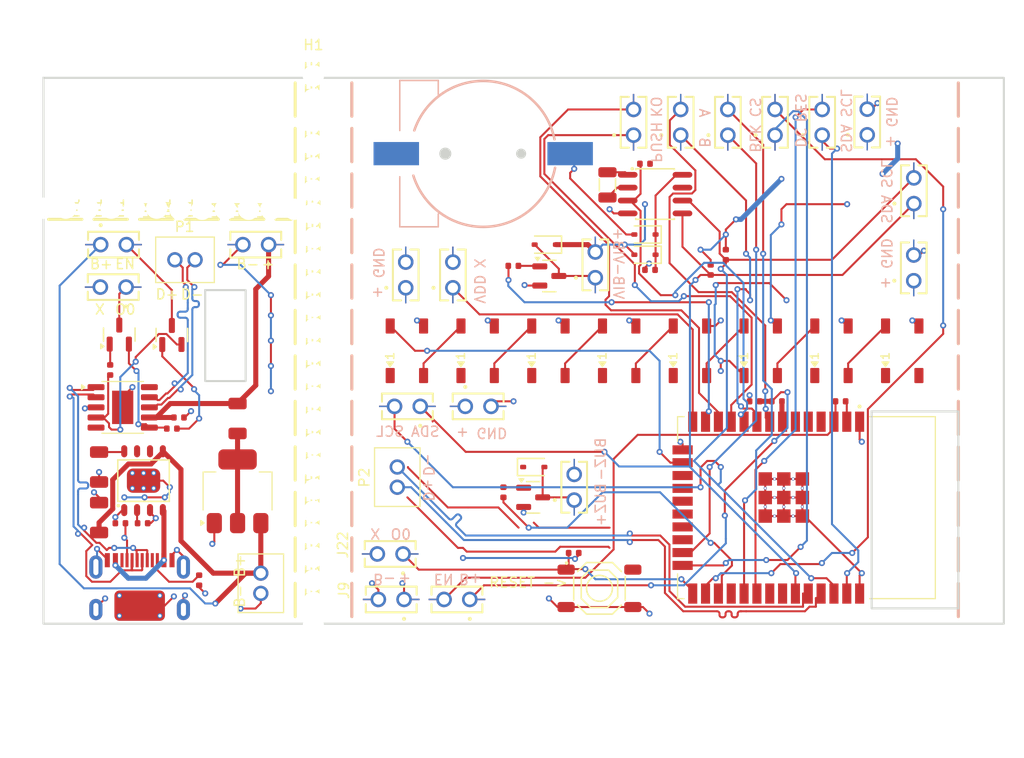
<source format=kicad_pcb>
(kicad_pcb (version 20241229) (generator "pcbnew") (generator_version "9.0")
  (layers (0 "F.Cu" signal) (2 "B.Cu" signal) (13 "F.Paste" user) (15 "B.Paste" user) (5 "F.SilkS" user "F.Silkscreen") (7 "B.SilkS" user "B.Silkscreen") (1 "F.Mask" user) (3 "B.Mask" user) (25 "Edge.Cuts" user))
  (net 0 "")
  (net 1 "+3V3")
  (net 2 "B+")
  (net 3 "Net-(U2-VO)")
  (net 4 "Net-(D1-DOUT)")
  (net 5 "IO13")
  (net 6 "Net-(D3-DOUT)")
  (net 7 "Net-(D4-DOUT)")
  (net 8 "Net-(D5-DOUT)")
  (net 9 "Net-(D6-DOUT)")
  (net 10 "Net-(D7-DOUT)")
  (net 11 "Net-(D8-DOUT)")
  (net 13 "VBUS")
  (net 14 "Net-(J1-CC2)")
  (net 16 "USB_D+")
  (net 17 "USB_D-")
  (net 18 "Net-(J1-CC1)")
  (net 20 "IO26")
  (net 21 "IO27")
  (net 22 "IO33")
  (net 23 "IO32")
  (net 24 "IO5")
  (net 25 "IO15")
  (net 26 "IO4")
  (net 27 "IO2")
  (net 28 "IO23")
  (net 29 "IO18")
  (net 30 "IO22")
  (net 31 "IO21")
  (net 32 "IO12")
  (net 34 "Net-(Q1-B)")
  (net 35 "IO0")
  (net 36 "Net-(Q2-B)")
  (net 37 "RTS")
  (net 38 "DTR")
  (net 39 "Net-(Q3-B)")
  (net 40 "EN")
  (net 41 "Net-(U1-IO35)")
  (net 42 "Net-(U3-PROG)")
  (net 43 "IO14")
  (net 51 "GND")
  (net 54 "BUZ-")
  (net 60 "VIB-")
  (net 62 "D+")
  (net 63 "D-")
  (net 66 "unconnected-(U3-STDBY#-Pad6)")
  (net 67 "Net-(Q4-B)")
  (net 68 "IO16")
  (net 69 "Net-(U4-VDD)")
  (net 70 "COIN+")
  (net 71 "Net-(U4-OSCO)")
  (net 72 "Net-(U4-OSCI)")
  (net 74 "IO25")
  (footprint "MountingHole:MountingHole_2.1mm" (layer "F.Cu") (at 198.8 43.6)
    (property "Reference" "H1")
    (property "Value" "MountingHole")
  )
  (footprint "MountingHole:MountingHole_2.1mm" (layer "F.Cu") (at 198.8 41.3)
    (property "Reference" "H1")
    (property "Value" "MountingHole")
  )
  (footprint "footprints:SAMTEC_MTLW-101-05-G-D-150" (layer "F.Cu") (at 258.0875 35.3)
    (property "Reference" "J15" (hide yes))
    (property "Value" "MTLW-101-05-G-D-150" (hide yes))
  )
  (footprint "MountingHole:MountingHole_2.1mm" (layer "F.Cu") (at 198.7 59.4)
    (property "Reference" "H1")
    (property "Value" "MountingHole")
  )
  (footprint "PCM_JLCPCB:D_SOD-323" (layer "F.Cu") (at 221.64 33 180)
    (property "Reference" "D2" (hide yes))
    (property "Value" "1N4148WS")
  )
  (footprint "footprints:SAMTEC_MTLW-101-05-G-D-150" (layer "F.Cu") (at 206.3 63.6 90)
    (property "Reference" "J22")
    (property "Value" "MTLW-101-05-G-D-150")
  )
  (footprint "MountingHole:MountingHole_2.1mm" (layer "F.Cu") (at 198.8 52.7)
    (property "Reference" "H1")
    (property "Value" "MountingHole")
  )
  (footprint "MountingHole:MountingHole_2.1mm" (layer "F.Cu") (at 198.8 50.4)
    (property "Reference" "H1")
    (property "Value" "MountingHole")
  )
  (footprint "martin:MODULE_ESP32-WROOM-32D-N4" (layer "F.Cu") (at 247.475 59.0175 -90)
    (property "Reference" "U1" (hide yes))
    (property "Value" "ESP32-WROOM-32D-N4")
  )
  (footprint "PCM_JLCPCB:ESOP-8_L4.9-W3.9-P1.27-LS6.0-BL-EP" (layer "F.Cu") (at 181.9 56.35)
    (property "Reference" "U3" (hide yes))
    (property "Value" "TP4056")
  )
  (footprint "PCM_JLCPCB:R_0402" (layer "F.Cu") (at 250.85 48.5 180)
    (property "Reference" "R2" (hide yes))
    (property "Value" "10kΩ" (hide yes))
  )
  (footprint "PCM_JLCPCB:LED_WS2812B_PLCC4_5.0x5.0mm_P3.2mm" (layer "F.Cu") (at 242.95 43.5 90)
    (property "Reference" "D7" (hide yes))
    (property "Value" "WS2812B")
  )
  (footprint "footprints:SAMTEC_MTLW-101-05-G-D-150" (layer "F.Cu") (at 178.93 33 -90)
    (property "Reference" "J8" (hide yes))
    (property "Value" "MTLW-101-05-G-D-150" (hide yes))
  )
  (footprint "PCM_JLCPCB:SW-SMD_4P-L5.1-W5.1-P3.70-LS6.5-TL-2" (layer "F.Cu") (at 227 67)
    (property "Reference" "S1" (hide yes))
    (property "Value" "Tactile Button, 160gf")
  )
  (footprint "Package_SO:SSOP-10-1EP_3.9x4.9mm_P1mm_EP2.1x3.3mm" (layer "F.Cu") (at 179.8375 49.1)
    (property "Reference" "U8" (hide yes))
    (property "Value" "CH340K")
  )
  (footprint "MountingHole:MountingHole_2.1mm" (layer "F.Cu") (at 198.8 54.9)
    (property "Reference" "H1")
    (property "Value" "MountingHole")
  )
  (footprint "MountingHole:MountingHole_2.1mm" (layer "F.Cu") (at 198.8 32.3)
    (property "Reference" "H1")
    (property "Value" "MountingHole")
  )
  (footprint "PCM_JLCPCB:D_SOD-323" (layer "F.Cu") (at 220.5 55)
    (property "Reference" "D10" (hide yes))
    (property "Value" "1N4148WS")
  )
  (footprint "PCM_JLCPCB:R_0402" (layer "F.Cu") (at 244.55 48.5)
    (property "Reference" "R3" (hide yes))
    (property "Value" "100kΩ" (hide yes))
  )
  (footprint "MountingHole:MountingHole_2.1mm" (layer "F.Cu") (at 174.2 29.4 -90)
    (property "Reference" "H1")
    (property "Value" "MountingHole")
  )
  (footprint "martin:JST_PHR-2" (layer "F.Cu") (at 193.5 66.5 90)
    (property "Reference" "P3" (hide yes))
    (property "Value" "PHR-2")
  )
  (footprint "PCM_JLCPCB:FC-135R_L3.2-W1.5" (layer "F.Cu") (at 227.79 27.09 -90)
    (property "Reference" "X1" (hide yes))
    (property "Value" "Q13FC1350000400")
  )
  (footprint "martin:JST_PHR-2" (layer "F.Cu") (at 207 56 90)
    (property "Reference" "P2")
    (property "Value" "PHR-2")
  )
  (footprint "footprints:SAMTEC_MTLW-101-05-G-D-150" (layer "F.Cu") (at 244.365 20.9)
    (property "Reference" "J5" (hide yes))
    (property "Value" "MTLW-101-05-G-D-150" (hide yes))
  )
  (footprint "PCM_JLCPCB:R_0402" (layer "F.Cu") (at 179.61 60.56 180)
    (property "Reference" "R4" (hide yes))
    (property "Value" "5.1kΩ" (hide yes))
  )
  (footprint "PCM_JLCPCB:R_0402" (layer "F.Cu") (at 187.4 66.2 -90)
    (property "Reference" "R5" (hide yes))
    (property "Value" "5.1kΩ" (hide yes))
  )
  (footprint "MountingHole:MountingHole_2.1mm" (layer "F.Cu") (at 198.8 34.5)
    (property "Reference" "H1")
    (property "Value" "MountingHole")
  )
  (footprint "PCM_JLCPCB:R_0402" (layer "F.Cu") (at 184.7 51.2)
    (property "Reference" "R13" (hide yes))
    (property "Value" "10kΩ" (hide yes))
  )
  (footprint "footprints:SAMTEC_MTLW-101-05-G-D-150" (layer "F.Cu") (at 215 49 -90)
    (property "Reference" "J18" (hide yes))
    (property "Value" "MTLW-101-05-G-D-150" (hide yes))
  )
  (footprint "PCM_JLCPCB:C_0402" (layer "F.Cu") (at 232 35.5 180)
    (property "Reference" "C6" (hide yes))
    (property "Value" "100nF")
  )
  (footprint "MountingHole:MountingHole_2.1mm" (layer "F.Cu") (at 172 29.4 -90)
    (property "Reference" "H1")
    (property "Value" "MountingHole")
  )
  (footprint "PCM_JLCPCB:Q_SOT-23" (layer "F.Cu") (at 222.04 36.1)
    (property "Reference" "Q1" (hide yes))
    (property "Value" "S8050")
  )
  (footprint "MountingHole:MountingHole_2.1mm" (layer "F.Cu") (at 183.2 29.4 -90)
    (property "Reference" "H1")
    (property "Value" "MountingHole")
  )
  (footprint "MountingHole:MountingHole_2.1mm" (layer "F.Cu") (at 198.7 29.9)
    (property "Reference" "H1")
    (property "Value" "MountingHole")
  )
  (footprint "MountingHole:MountingHole_2.1mm" (layer "F.Cu") (at 196.8 29.5 90)
    (property "Reference" "H1")
    (property "Value" "MountingHole")
  )
  (footprint "MountingHole:MountingHole_2.1mm" (layer "F.Cu") (at 194.5 29.5 90)
    (property "Reference" "H1")
    (property "Value" "MountingHole")
  )
  (footprint "PCM_JLCPCB:LED_WS2812B_PLCC4_5.0x5.0mm_P3.2mm" (layer "F.Cu") (at 228.95 43.5 90)
    (property "Reference" "D5" (hide yes))
    (property "Value" "WS2812B")
  )
  (footprint "PCM_JLCPCB:C_0402" (layer "F.Cu") (at 185.4 50.1 180)
    (property "Reference" "C2" (hide yes))
    (property "Value" "100nF")
  )
  (footprint "footprints:SAMTEC_MTLW-101-05-G-D-150" (layer "F.Cu") (at 224.5 57)
    (property "Reference" "J24" (hide yes))
    (property "Value" "MTLW-101-05-G-D-150")
  )
  (footprint "footprints:SAMTEC_MTLW-101-05-G-D-150" (layer "F.Cu") (at 178.9 37.2 90)
    (property "Reference" "J23" (hide yes))
    (property "Value" "MTLW-101-05-G-D-150" (hide yes))
  )
  (footprint "MountingHole:MountingHole_2.1mm" (layer "F.Cu") (at 198.7 20.8)
    (property "Reference" "H1")
    (property "Value" "MountingHole")
  )
  (footprint "MountingHole:MountingHole_2.1mm" (layer "F.Cu") (at 187.7 29.5 90)
    (property "Reference" "H1")
    (property "Value" "MountingHole")
  )
  (footprint "footprints:SAMTEC_MTLW-101-05-G-D-150" (layer "F.Cu") (at 226.59 35)
    (property "Reference" "J14" (hide yes))
    (property "Value" "MTLW-101-05-G-D-150" (hide yes))
  )
  (footprint "footprints:SAMTEC_MTLW-101-05-G-D-150" (layer "F.Cu") (at 208 49 90)
    (property "Reference" "J17" (hide yes))
    (property "Value" "MTLW-101-05-G-D-150" (hide yes))
  )
  (footprint "MountingHole:MountingHole_2.1mm" (layer "F.Cu") (at 198.7 27.6)
    (property "Reference" "H1")
    (property "Value" "MountingHole")
  )
  (footprint "MountingHole:MountingHole_2.1mm" (layer "F.Cu") (at 198.7 63.9)
    (property "Reference" "H1")
    (property "Value" "MountingHole")
  )
  (footprint "footprints:SAMTEC_MTLW-101-05-G-D-150" (layer "F.Cu") (at 249.03 20.9)
    (property "Reference" "J6" (hide yes))
    (property "Value" "MTLW-101-05-G-D-150" (hide yes))
  )
  (footprint "footprints:SAMTEC_MTLW-101-05-G-D-150" (layer "F.Cu") (at 239.7 20.9)
    (property "Reference" "J4" (hide yes))
    (property "Value" "MTLW-101-05-G-D-150" (hide yes))
  )
  (footprint "PCM_JLCPCB:R_0402" (layer "F.Cu") (at 231.5 25 180)
    (property "Reference" "R11" (hide yes))
    (property "Value" "5.1kΩ" (hide yes))
  )
  (footprint "PCM_JLCPCB:TYPE-C-SMD_HX-TYPE-C-16PIN" (layer "F.Cu") (at 181.516 66.716)
    (property "Reference" "J1" (hide yes))
    (property "Value" "Connector, USB-TYPE-C-16P")
  )
  (footprint "PCM_JLCPCB:LED_WS2812B_PLCC4_5.0x5.0mm_P3.2mm" (layer "F.Cu") (at 235.95 43.5 90)
    (property "Reference" "D6" (hide yes))
    (property "Value" "WS2812B")
  )
  (footprint "" (layer "F.Cu") (at 190 29.5 90)
    (property "Reference" "")
    (property "Value" "")
  )
  (footprint "PCM_JLCPCB:Q_SOT-23" (layer "F.Cu") (at 220.44 58)
    (property "Reference" "Q4" (hide yes))
    (property "Value" "S8050")
  )
  (footprint "MountingHole:MountingHole_2.1mm" (layer "F.Cu") (at 198.7 61.6)
    (property "Reference" "H1")
    (property "Value" "MountingHole")
  )
  (footprint "PCM_JLCPCB:R_0402" (layer "F.Cu") (at 239.5 34 -90)
    (property "Reference" "R10" (hide yes))
    (property "Value" "5.1kΩ" (hide yes))
  )
  (footprint "Package_TO_SOT_SMD:SOT-223-3_TabPin2" (layer "F.Cu") (at 191.2 57.4 90)
    (property "Reference" "U2" (hide yes))
    (property "Value" "AMS1117-3.3")
  )
  (footprint "PCM_JLCPCB:Q_SOT-23" (layer "F.Cu") (at 184.7 41.94 90)
    (property "Reference" "Q3" (hide yes))
    (property "Value" "S8050")
  )
  (footprint "PCM_JLCPCB:D_SOD-323" (layer "F.Cu") (at 231.5 32 180)
    (property "Reference" "D11" (hide yes))
    (property "Value" "1N4148WS")
  )
  (footprint "PCM_JLCPCB:LED_WS2812B_PLCC4_5.0x5.0mm_P3.2mm" (layer "F.Cu") (at 249.95 43.5 90)
    (property "Reference" "D8" (hide yes))
    (property "Value" "WS2812B")
  )
  (footprint "MountingHole:MountingHole_2.1mm" (layer "F.Cu") (at 192.3 29.5 90)
    (property "Reference" "H1")
    (property "Value" "MountingHole")
  )
  (footprint "footprints:SAMTEC_MTLW-101-05-G-D-150" (layer "F.Cu") (at 258.1 27.67)
    (property "Reference" "J16" (hide yes))
    (property "Value" "MTLW-101-05-G-D-150" (hide yes))
  )
  (footprint "MountingHole:MountingHole_2.1mm" (layer "F.Cu") (at 176.4 29.4 -90)
    (property "Reference" "H1")
    (property "Value" "MountingHole")
  )
  (footprint "MountingHole:MountingHole_2.1mm" (layer "F.Cu") (at 185.5 29.5 90)
    (property "Reference" "H1")
    (property "Value" "MountingHole")
  )
  (footprint "footprints:SAMTEC_MTLW-101-05-G-D-150" (layer "F.Cu") (at 207.835 36)
    (property "Reference" "J19" (hide yes))
    (property "Value" "MTLW-101-05-G-D-150" (hide yes))
  )
  (footprint "MountingHole:MountingHole_2.1mm" (layer "F.Cu") (at 198.8 45.9)
    (property "Reference" "H1")
    (property "Value" "MountingHole")
  )
  (footprint "PCM_JLCPCB:Q_SOT-23" (layer "F.Cu") (at 179.5 41.9 90)
    (property "Reference" "Q2" (hide yes))
    (property "Value" "S8050")
  )
  (footprint "martin:JST_PHR-2" (layer "F.Cu") (at 186 34.5)
    (property "Reference" "P1")
    (property "Value" "PHR-2")
  )
  (footprint "MountingHole:MountingHole_2.1mm" (layer "F.Cu") (at 198.7 70.7)
    (property "Reference" "H1")
    (property "Value" "MountingHole")
  )
  (footprint "PCM_JLCPCB:R_0402" (layer "F.Cu") (at 224.45 63.5)
    (property "Reference" "R1" (hide yes))
    (property "Value" "10kΩ" (hide yes))
  )
  (footprint "footprints:SAMTEC_MTLW-101-05-G-D-150" (layer "F.Cu") (at 193 33 90)
    (property "Reference" "J10" (hide yes))
    (property "Value" "MTLW-101-05-G-D-150")
  )
  (footprint "MountingHole:MountingHole_2.1mm" (layer "F.Cu") (at 198.7 68.4)
    (property "Reference" "H1")
    (property "Value" "MountingHole")
  )
  (footprint "PCM_JLCPCB:C_1206" (layer "F.Cu") (at 177.5 55 -90)
    (property "Reference" "C3" (hide yes))
    (property "Value" "10uF")
  )
  (footprint "MountingHole:MountingHole_2.1mm" (layer "F.Cu") (at 198.7 25.4)
    (property "Reference" "H1")
    (property "Value" "MountingHole")
  )
  (footprint "PCM_JLCPCB:LED_WS2812B_PLCC4_5.0x5.0mm_P3.2mm" (layer "F.Cu") (at 221.95 43.5 90)
    (property "Reference" "D4" (hide yes))
    (property "Value" "WS2812B")
  )
  (footprint "footprints:SAMTEC_MTLW-101-05-G-D-150" (layer "F.Cu") (at 206.4 68.1 90)
    (property "Reference" "J9")
    (property "Value" "MTLW-101-05-G-D-150" (hide yes))
  )
  (footprint "PCM_JLCPCB:C_1206" (layer "F.Cu") (at 191.2 50.2 90)
    (property "Reference" "C4" (hide yes))
    (property "Value" "10uF")
  )
  (footprint "PCM_JLCPCB:R_0402" (layer "F.Cu") (at 178.6 45.4 90)
    (property "Reference" "R12" (hide yes))
    (property "Value" "10kΩ" (hide yes))
  )
  (footprint "MountingHole:MountingHole_2.1mm" (layer "F.Cu") (at 198.8 48.1)
    (property "Reference" "H1")
    (property "Value" "MountingHole")
  )
  (footprint "PCM_JLCPCB:R_0402" (layer "F.Cu") (at 181.81 60.56)
    (property "Reference" "R6" (hide yes))
    (property "Value" "1.2kΩ" (hide yes))
  )
  (footprint "PCM_JLCPCB:C_1206" (layer "F.Cu") (at 177.5 60 -90)
    (property "Reference" "C5" (hide yes))
    (property "Value" "10uF")
  )
  (footprint "MountingHole:MountingHole_2.1mm" (layer "F.Cu") (at 198.7 66.2)
    (property "Reference" "H1")
    (property "Value" "MountingHole")
  )
  (footprint "footprints:SAMTEC_MTLW-101-05-G-D-150" (layer "F.Cu") (at 212.5 36)
    (property "Reference" "J20" (hide yes))
    (property "Value" "MTLW-101-05-G-D-150" (hide yes))
  )
  (footprint "" (layer "F.Cu") (at 198.7 23.1)
    (property "Reference" "")
    (property "Value" "")
  )
  (footprint "footprints:SAMTEC_MTLW-101-05-G-D-150" (layer "F.Cu") (at 235.035 20.9)
    (property "Reference" "J3" (hide yes))
    (property "Value" "MTLW-101-05-G-D-150" (hide yes))
  )
  (footprint "PCM_JLCPCB:R_0402" (layer "F.Cu") (at 217.5 57.5 90)
    (property "Reference" "R8" (hide yes))
    (property "Value" "1.2kΩ" (hide yes))
  )
  (footprint "footprints:SAMTEC_MTLW-101-05-G-D-150" (layer "F.Cu") (at 212.9 68.1 90)
    (property "Reference" "J11" (hide yes))
    (property "Value" "MTLW-101-05-G-D-150" (hide yes))
  )
  (footprint "PCM_JLCPCB:LED_WS2812B_PLCC4_5.0x5.0mm_P3.2mm" (layer "F.Cu") (at 214.95 43.5 90)
    (property "Reference" "D3" (hide yes))
    (property "Value" "WS2812B")
  )
  (footprint "" (layer "F.Cu") (at 178.7 29.4 -90)
    (property "Reference" "")
    (property "Value" "")
  )
  (footprint "MountingHole:MountingHole_2.1mm" (layer "F.Cu") (at 198.8 57.2)
    (property "Reference" "H1")
    (property "Value" "MountingHole")
  )
  (footprint "" (layer "F.Cu") (at 198.7 66.2)
    (property "Reference" "")
    (property "Value" "")
  )
  (footprint "Battery:Battery_CR1225" (layer "F.Cu") (at 232.5 77.5)
    (property "Reference" "IC1" (hide yes))
    (property "Value" "CR1220-2")
  )
  (footprint "PCM_JLCPCB:R_0402" (layer "F.Cu") (at 238 35.5 90)
    (property "Reference" "R9" (hide yes))
    (property "Value" "5.1kΩ" (hide yes))
  )
  (footprint "PCM_JLCPCB:R_0402" (layer "F.Cu") (at 218.48 35.1)
    (property "Reference" "R7" (hide yes))
    (property "Value" "1.2kΩ" (hide yes))
  )
  (footprint "PCM_JLCPCB:SOIC-8_L5.0-W4.0-P1.27-LS6.0-BL" (layer "F.Cu") (at 232.5 28 -90)
    (property "Reference" "U4" (hide yes))
    (property "Value" "PCF8563T")
  )
  (footprint "" (layer "F.Cu") (at 198.8 52.7)
    (property "Reference" "")
    (property "Value" "")
  )
  (footprint "MountingHole:MountingHole_2.1mm" (layer "F.Cu") (at 198.8 36.8)
    (property "Reference" "H1")
    (property "Value" "MountingHole")
  )
  (footprint "MountingHole:MountingHole_2.1mm" (layer "F.Cu") (at 198.7 18.6)
    (property "Reference" "H1")
    (property "Value" "MountingHole")
  )
  (footprint "PCM_JLCPCB:LED_WS2812B_PLCC4_5.0x5.0mm_P3.2mm" (layer "F.Cu") (at 256.95 43.5 90)
    (property "Reference" "D9" (hide yes))
    (property "Value" "WS2812B")
  )
  (footprint "footprints:SAMTEC_MTLW-101-05-G-D-150" (layer "F.Cu") (at 230.37 20.9)
    (property "Reference" "J2" (hide yes))
    (property "Value" "MTLW-101-05-G-D-150" (hide yes))
  )
  (footprint "MountingHole:MountingHole_2.1mm" (layer "F.Cu") (at 198.8 39.1)
    (property "Reference" "H1")
    (property "Value" "MountingHole")
  )
  (footprint "footprints:SAMTEC_MTLW-101-05-G-D-150" (layer "F.Cu") (at 253.4875 20.87)
    (property "Reference" "J7" (hide yes))
    (property "Value" "MTLW-101-05-G-D-150" (hide yes))
  )
  (footprint "MountingHole:MountingHole_2.1mm" (layer "F.Cu") (at 181 29.4 -90)
    (property "Reference" "H1")
    (property "Value" "MountingHole")
  )
  (footprint "PCM_JLCPCB:LED_WS2812B_PLCC4_5.0x5.0mm_P3.2mm" (layer "F.Cu") (at 207.95 43.5 90)
    (property "Reference" "D1" (hide yes))
    (property "Value" "WS2812B")
  )
  (footprint "" (layer "F.Cu") (at 198.8 39.1)
    (property "Reference" "")
    (property "Value" "")
  )
  (footprint "PCM_JLCPCB:D_SOD-323" (layer "F.Cu") (at 231.5 34 180)
    (property "Reference" "D12" (hide yes))
    (property "Value" "1N4148WS")
  )
  (footprint "PCM_JLCPCB:C_0402" (layer "F.Cu") (at 242.35 48.5)
    (property "Reference" "C1" (hide yes))
    (property "Value" "100nF")
  )
  (footprint "MountingHole:MountingHole_2.1mm" (layer "F.Cu") (at 198.7 16.3)
    (property "Reference" "H1")
    (property "Value" "MountingHole")
  )
  (footprint "martin:BAT-SMD_CR1220-2" (layer "B.Cu") (at 215.5 24)
    (property "Reference" "IC1" (hide yes))
    (property "Value" "CR1220-2")
    (fp_poly (pts (xy -3.155133 0.078316) (xy -3.195672 0.22961) (xy -3.273988 0.365257) (xy -3.384743 0.476012) (xy -3.52039 0.554328) (xy -3.671684 0.594867) (xy -3.828316 0.594867) (xy -3.97961 0.554328) (xy -4.115257 0.476012) (xy -4.226012 0.365257) (xy -4.304328 0.22961) (xy -4.344867 0.078316) (xy -4.344867 -0.078316) (xy -4.304328 -0.22961) (xy -4.226012 -0.365257) (xy -4.115257 -0.476012) (xy -3.97961 -0.554328) (xy -3.828316 -0.594867) (xy -3.671684 -0.594867) (xy -3.52039 -0.554328) (xy -3.384743 -0.476012) (xy -3.273988 -0.365257) (xy -3.195672 -0.22961) (xy -3.155133 -0.078316)) (fill yes) (layer "Edge.Cuts"))
    (fp_poly (pts (xy 4.245722 0.065263) (xy 4.21194 0.191342) (xy 4.146677 0.304381) (xy 4.054381 0.396677) (xy 3.941342 0.46194) (xy 3.815263 0.495722) (xy 3.684737 0.495722) (xy 3.558658 0.46194) (xy 3.445619 0.396677) (xy 3.353323 0.304381) (xy 3.28806 0.191342) (xy 3.254278 0.065263) (xy 3.254278 -0.065263) (xy 3.28806 -0.191342) (xy 3.353323 -0.304381) (xy 3.445619 -0.396677) (xy 3.558658 -0.46194) (xy 3.684737 -0.495722) (xy 3.815263 -0.495722) (xy 3.941342 -0.46194) (xy 4.054381 -0.396677) (xy 4.146677 -0.304381) (xy 4.21194 -0.191342) (xy 4.245722 -0.065263)) (fill yes) (layer "Edge.Cuts"))
  )
  (gr_line (start 202.5 17) (end 202.5 70.5) (stroke (width 0.3) (type dash)) (layer "F.SilkS"))
  (gr_line (start 262.5 17) (end 262.5 70) (stroke (width 0.3) (type dash)) (layer "F.SilkS"))
  (gr_line (start 196.9 17) (end 196.9 70) (stroke (width 0.3) (type dash)) (layer "F.SilkS"))
  (gr_line (start 172.5 30.5) (end 196.5 30.5) (stroke (width 0.3) (type dash)) (layer "F.SilkS"))
  (gr_line (start 202.5 17) (end 202.5 70.5) (stroke (width 0.3) (type dash)) (layer "B.SilkS"))
  (gr_line (start 262.5 17) (end 262.5 70) (stroke (width 0.3) (type dash)) (layer "B.SilkS"))
  (gr_rect (start 188 37.5) (end 192 46.5) (stroke (width 0.2)) (fill no) (layer "Edge.Cuts"))
  (gr_rect (start 172 16.5) (end 267 70.5) (stroke (width 0.2)) (fill no) (layer "Edge.Cuts"))
  (gr_rect (start 253.925 49.5) (end 262.5 68.9825) (stroke (width 0.2)) (fill no) (layer "Edge.Cuts"))
  (gr_text "B+" (at 192 66 90) (layer "F.SilkS") (effects (font (size 1 1)) (justify left bottom)))
  (gr_text "B-" (at 192 69 90) (layer "F.SilkS") (effects (font (size 1 1)) (justify left bottom)))
  (gr_text "+" (at 193.5 35.5 0) (layer "F.SilkS") (effects (font (size 1 1)) (justify left bottom)))
  (gr_text "B-" (at 191 35.5 0) (layer "F.SilkS") (effects (font (size 1 1)) (justify left bottom)))
  (gr_text "RESET ->" (at 216 67 0) (layer "F.SilkS") (effects (font (size 1 1)) (justify left bottom)))
  (gr_text "B+" (at 176.5 35.5 0) (layer "F.SilkS") (effects (font (size 1 1)) (justify left bottom)))
  (gr_text "D-" (at 185.5 38.5 0) (layer "F.SilkS") (effects (font (size 1 1)) (justify left bottom)))
  (gr_text "X" (at 177 40 0) (layer "F.SilkS") (effects (font (size 1 1)) (justify left bottom)))
  (gr_text "EN" (at 179 35.5 0) (layer "F.SilkS") (effects (font (size 1 1)) (justify left bottom)))
  (gr_text "O0" (at 179 40 0) (layer "F.SilkS") (effects (font (size 1 1)) (justify left bottom)))
  (gr_text "D+" (at 183 38.5 0) (layer "F.SilkS") (effects (font (size 1 1)) (justify left bottom)))
  (gr_text "RES" (at 246.2965 21 -90) (layer "B.SilkS") (effects (font (size 1 1)) (justify left bottom mirror)))
  (gr_text "+" (at 204.5465 38.43 270) (layer "B.SilkS") (effects (font (size 1 1)) (justify left bottom mirror)))
  (gr_text "GND" (at 254.7965 35.5 -90) (layer "B.SilkS") (effects (font (size 1 1)) (justify left bottom mirror)))
  (gr_text "GND" (at 214.73 51.0465 180) (layer "B.SilkS") (effects (font (size 1 1)) (justify left bottom mirror)))
  (gr_text "VIB-" (at 228.2965 38.5 -90) (layer "B.SilkS") (effects (font (size 1 1)) (justify left bottom mirror)))
  (gr_text "SCL" (at 250.7965 20.5 -90) (layer "B.SilkS") (effects (font (size 1 1)) (justify left bottom mirror)))
  (gr_text "SDA" (at 211.27 52.085 0) (layer "B.SilkS") (effects (font (size 1 1)) (justify left bottom mirror)))
  (gr_text "D-" (at 209.5 56 -90) (layer "B.SilkS") (effects (font (size 1 1)) (justify left bottom mirror)))
  (gr_text "SDA" (at 254.7965 31 -90) (layer "B.SilkS") (effects (font (size 1 1)) (justify left bottom mirror)))
  (gr_text "+" (at 207.011906 65.5 180) (layer "B.SilkS") (effects (font (size 1 1)) (justify left bottom mirror)))
  (gr_text "X" (at 214.5465 35.43 -90) (layer "B.SilkS") (effects (font (size 1 1)) (justify left bottom mirror)))
  (gr_text "VDD\n" (at 214.5465 38.93 -90) (layer "B.SilkS") (effects (font (size 1 1)) (justify left bottom mirror)))
  (gr_text "BLK" (at 241.7965 24 -90) (layer "B.SilkS") (effects (font (size 1 1)) (justify left bottom mirror)))
  (gr_text "B" (at 236.7965 23.5 -90) (layer "B.SilkS") (effects (font (size 1 1)) (justify left bottom mirror)))
  (gr_text "DC" (at 246.2965 23.5 -90) (layer "B.SilkS") (effects (font (size 1 1)) (justify left bottom mirror)))
  (gr_text "EN" (at 210.511906 65.5 180) (layer "B.SilkS") (effects (font (size 1 1)) (justify left bottom mirror)))
  (gr_text "SCL" (at 207.77 52.085 0) (layer "B.SilkS") (effects (font (size 1 1)) (justify left bottom mirror)))
  (gr_text "+" (at 255.2965 23.5 -90) (layer "B.SilkS") (effects (font (size 1 1)) (justify left bottom mirror)))
  (gr_text "A" (at 236.7965 20.5 -90) (layer "B.SilkS") (effects (font (size 1 1)) (justify left bottom mirror)))
  (gr_text "KO" (at 232 20.5 -90) (layer "B.SilkS") (effects (font (size 1 1)) (justify left bottom mirror)))
  (gr_text "B+" (at 213.011906 65.5 180) (layer "B.SilkS") (effects (font (size 1 1)) (justify left bottom mirror)))
  (gr_text "GND" (at 204.5465 36.43 270) (layer "B.SilkS") (effects (font (size 1 1)) (justify left bottom mirror)))
  (gr_text "+" (at 254.7965 37.5 -90) (layer "B.SilkS") (effects (font (size 1 1)) (justify left bottom mirror)))
  (gr_text "SCL" (at 254.7965 27.5 -90) (layer "B.SilkS") (effects (font (size 1 1)) (justify left bottom mirror)))
  (gr_text "SDA" (at 250.7965 24 -90) (layer "B.SilkS") (effects (font (size 1 1)) (justify left bottom mirror)))
  (gr_text "PUSH" (at 232 25 -90) (layer "B.SilkS") (effects (font (size 1 1)) (justify left bottom mirror)))
  (gr_text "GND" (at 255.2965 21.5 -90) (layer "B.SilkS") (effects (font (size 1 1)) (justify left bottom mirror)))
  (gr_text "B-" (at 204.511906 65.5 180) (layer "B.SilkS") (effects (font (size 1 1)) (justify left bottom mirror)))
  (gr_text "X" (at 204.25 61 180) (layer "B.SilkS") (effects (font (size 1 1)) (justify left bottom mirror)))
  (gr_text "D+" (at 209.5 58.5 -90) (layer "B.SilkS") (effects (font (size 1 1)) (justify left bottom mirror)))
  (gr_text "O0" (at 206.25 61 180) (layer "B.SilkS") (effects (font (size 1 1)) (justify left bottom mirror)))
  (gr_text "BUZ+" (at 227.7035 56.5 90) (layer "B.SilkS") (effects (font (size 1 1)) (justify left bottom mirror)))
  (gr_text "BUZ-" (at 227.7035 52 90) (layer "B.SilkS") (effects (font (size 1 1)) (justify left bottom mirror)))
  (gr_text "VIB+" (at 228.2965 35 -90) (layer "B.SilkS") (effects (font (size 1 1)) (justify left bottom mirror)))
  (gr_text "CS" (at 241.7965 20.5 -90) (layer "B.SilkS") (effects (font (size 1 1)) (justify left bottom mirror)))
  (gr_text "+" (at 212.73 51.0465 180) (layer "B.SilkS") (effects (font (size 1 1)) (justify left bottom mirror)))
  (segment (start 221 61) (end 220.5 60.5) (width 0.2) (layer "F.Cu") (net 0))
  (segment (start 209.5 56.5) (end 212 59) (width 0.2) (layer "F.Cu") (net 0))
  (segment (start 228 61) (end 221 61) (width 0.2) (layer "F.Cu") (net 0))
  (segment (start 223.111 62.889) (end 227.889 62.889) (width 0.2) (layer "F.Cu") (net 0))
  (segment (start 227.889 62.889) (end 227.991422 62.991422) (width 0.2) (layer "F.Cu") (net 0))
  (segment (start 213.5 63) (end 213.869 63.369) (width 0.2) (layer "F.Cu") (net 0))
  (segment (start 208 58) (end 213 63) (width 0.2) (layer "F.Cu") (net 0))
  (segment (start 222.631 63.369) (end 223 63) (width 0.2) (layer "F.Cu") (net 0))
  (segment (start 208.055 55.055) (end 208.055 55) (width 0.2) (layer "F.Cu") (net 0))
  (segment (start 217 59) (end 219 61) (width 0.2) (layer "F.Cu") (net 0))
  (segment (start 213.869 63.369) (end 222.631 63.369) (width 0.2) (layer "F.Cu") (net 0))
  (segment (start 209.5 56.5) (end 208.055 55.055) (width 0.2) (layer "F.Cu") (net 0))
  (segment (start 213 63) (end 213.5 63) (width 0.2) (layer "F.Cu") (net 0))
  (segment (start 214 59) (end 217 59) (width 0.2) (layer "F.Cu") (net 0))
  (segment (start 212 59) (end 214 59) (width 0.2) (layer "F.Cu") (net 0))
  (segment (start 223 63) (end 223.111 62.889) (width 0.2) (layer "F.Cu") (net 0))
  (segment (start 239.85 44.5) (end 239 44.5) (width 0.2) (layer "F.Cu") (net 1))
  (segment (start 238.693137 36.806863) (end 243.806863 36.806863) (width 0.2) (layer "F.Cu") (net 1))
  (segment (start 207.67 68.1) (end 207.67 66.67) (width 0.2) (layer "F.Cu") (net 1))
  (segment (start 230.45 33.95) (end 229.5 33) (width 0.2) (layer "F.Cu") (net 1))
  (segment (start 241.3 45.95) (end 239.85 44.5) (width 0.2) (layer "F.Cu") (net 1))
  (segment (start 238 35) (end 238 34.5) (width 0.2) (layer "F.Cu") (net 1))
  (segment (start 245 38) (end 245.5 38.5) (width 0.2) (layer "F.Cu") (net 1))
  (segment (start 238 34.5) (end 237 33.5) (width 0.2) (layer "F.Cu") (net 1))
  (segment (start 193 37.4) (end 193 46.92) (width 0.5) (layer "F.Cu") (net 1))
  (segment (start 194.27 33) (end 194.27 36.13) (width 0.5) (layer "F.Cu") (net 1))
  (segment (start 224.95 63.715354) (end 224.578425 64.086929) (width 0.2) (layer "F.Cu") (net 1))
  (segment (start 184.5466 48.72) (end 191.2 48.72) (width 0.5) (layer "F.Cu") (net 1))
  (segment (start 184.9 50.1) (end 182.475 50.1) (width 0.5) (layer "F.Cu") (net 1))
  (segment (start 183.1666 50.1) (end 184.5466 48.72) (width 0.5) (layer "F.Cu") (net 1))
  (segment (start 251.465 48.615) (end 251.35 48.5) (width 0.2) (layer "F.Cu") (net 1))
  (segment (start 225.86 33) (end 226.59 33.73) (width 0.5) (layer "F.Cu") (net 1))
  (segment (start 194.27 36.13) (end 193 37.4) (width 0.5) (layer "F.Cu") (net 1))
  (segment (start 207.67 66.67) (end 207.5 66.5) (width 0.2) (layer "F.Cu") (net 1))
  (segment (start 239.5 31.5) (end 240.5 30.5) (width 0.2) (layer "F.Cu") (net 1))
  (segment (start 243.806863 36.806863) (end 245 38) (width 0.2) (layer "F.Cu") (net 1))
  (segment (start 251.465 50.5175) (end 251.465 48.615) (width 0.2) (layer "F.Cu") (net 1))
  (segment (start 239.5 32) (end 239.5 31.5) (width 0.2) (layer "F.Cu") (net 1))
  (segment (start 239.5 32) (end 239.5 33.5) (width 0.2) (layer "F.Cu") (net 1))
  (segment (start 224.95 63.5) (end 224.95 63.715354) (width 0.2) (layer "F.Cu") (net 1))
  (segment (start 222.69 33) (end 225.86 33) (width 0.5) (layer "F.Cu") (net 1))
  (segment (start 182.475 50.1) (end 183.1666 50.1) (width 0.5) (layer "F.Cu") (net 1))
  (segment (start 230.45 34) (end 230.45 33.95) (width 0.2) (layer "F.Cu") (net 1))
  (segment (start 239 44.5) (end 239 45.5) (width 0.2) (layer "F.Cu") (net 1))
  (segment (start 238.5 37) (end 238.693137 36.806863) (width 0.2) (layer "F.Cu") (net 1))
  (segment (start 193 46.92) (end 191.2 48.72) (width 0.5) (layer "F.Cu") (net 1))
  (via (at 256.5 23) (size 0.6) (drill 0.3) (layers "F.Cu" "B.Cu") (net 1))
  (via (at 239 45.5) (size 0.6) (drill 0.3) (layers "F.Cu" "B.Cu") (net 1))
  (via (at 255 26) (size 0.6) (drill 0.3) (layers "F.Cu" "B.Cu") (net 1))
  (via (at 213.5 64) (size 0.6) (drill 0.3) (layers "F.Cu" "B.Cu") (net 1))
  (via (at 229.5 33) (size 0.6) (drill 0.3) (layers "F.Cu" "B.Cu") (net 1))
  (via (at 239 44.5) (size 0.6) (drill 0.3) (layers "F.Cu" "B.Cu") (net 1))
  (via (at 207.5 66.5) (size 0.6) (drill 0.3) (layers "F.Cu" "B.Cu") (net 1))
  (via (at 239.5 32) (size 0.6) (drill 0.3) (layers "F.Cu" "B.Cu") (net 1))
  (via (at 238.5 37) (size 0.6) (drill 0.3) (layers "F.Cu" "B.Cu") (net 1))
  (via (at 245 26.5) (size 0.6) (drill 0.3) (layers "F.Cu" "B.Cu") (net 1))
  (via (at 240.5 30.5) (size 0.6) (drill 0.3) (layers "F.Cu" "B.Cu") (net 1))
  (via (at 224.578425 64.086929) (size 0.6) (drill 0.3) (layers "F.Cu" "B.Cu") (net 1))
  (via (at 237 33.5) (size 0.6) (drill 0.3) (layers "F.Cu" "B.Cu") (net 1))
  (via (at 231.5 29) (size 0.6) (drill 0.3) (layers "F.Cu" "B.Cu") (net 1))
  (via (at 245.5 38.5) (size 0.6) (drill 0.3) (layers "F.Cu" "B.Cu") (net 1))
  (segment (start 240.5 30.5) (end 241 30.5) (width 0.5) (layer "B.Cu") (net 1))
  (segment (start 238.5 38.865515) (end 238.5 37) (width 0.2) (layer "B.Cu") (net 1))
  (segment (start 231.5 32.5) (end 231.5 29) (width 0.2) (layer "B.Cu") (net 1))
  (segment (start 238 33.5) (end 239.5 32) (width 0.2) (layer "B.Cu") (net 1))
  (segment (start 224.491496 64) (end 213.5 64) (width 0.2) (layer "B.Cu") (net 1))
  (segment (start 237 33.5) (end 238 33.5) (width 0.2) (layer "B.Cu") (net 1))
  (segment (start 238.399 43.899) (end 238.399 38.966515) (width 0.2) (layer "B.Cu") (net 1))
  (segment (start 227.32 33) (end 226.59 33.73) (width 0.2) (layer "B.Cu") (net 1))
  (segment (start 229.5 33) (end 231 33) (width 0.2) (layer "B.Cu") (net 1))
  (segment (start 256.5 24.5) (end 256.5 23) (width 0.5) (layer "B.Cu") (net 1))
  (segment (start 229.5 33) (end 227.32 33) (width 0.2) (layer "B.Cu") (net 1))
  (segment (start 239 44.5) (end 238.399 43.899) (width 0.2) (layer "B.Cu") (net 1))
  (segment (start 238.399 38.966515) (end 238.5 38.865515) (width 0.2) (layer "B.Cu") (net 1))
  (segment (start 241 30.5) (end 245 26.5) (width 0.5) (layer "B.Cu") (net 1))
  (segment (start 231 33) (end 231.5 32.5) (width 0.2) (layer "B.Cu") (net 1))
  (segment (start 255 26) (end 256.5 24.5) (width 0.5) (layer "B.Cu") (net 1))
  (segment (start 224.578425 64.086929) (end 224.491496 64) (width 0.2) (layer "B.Cu") (net 1))
  (segment (start 178.851 59.149) (end 177.5 60.5) (width 0.5) (layer "F.Cu") (net 2))
  (segment (start 244.05 48.5) (end 242.85 48.5) (width 0.5) (layer "F.Cu") (net 2))
  (segment (start 192 65.5) (end 189 68.5) (width 0.5) (layer "F.Cu") (net 2))
  (segment (start 183.81 53.44) (end 183.81 53.532074) (width 0.5) (layer "F.Cu") (net 2))
  (segment (start 239.4 59.8) (end 239.4 57.3185) (width 0.2) (layer "F.Cu") (net 2))
  (segment (start 215.57 66.7) (end 232.1 66.7) (width 0.2) (layer "F.Cu") (net 2))
  (segment (start 180.40734 54.699) (end 178.851 56.25534) (width 0.5) (layer "F.Cu") (net 2))
  (segment (start 185.6 55.23) (end 185.6 62.3) (width 0.5) (layer "F.Cu") (net 2))
  (segment (start 178.851 56.25534) (end 178.851 59.149) (width 0.5) (layer "F.Cu") (net 2))
  (segment (start 239.4 57.3185) (end 244.3 52.4185) (width 0.2) (layer "F.Cu") (net 2))
  (segment (start 177.5 60.5) (end 177.5 61.48) (width 0.5) (layer "F.Cu") (net 2))
  (segment (start 193.5 65.5) (end 193.93 65.5) (width 0.5) (layer "F.Cu") (net 2))
  (segment (start 183.81 53.44) (end 185.6 55.23) (width 0.5) (layer "F.Cu") (net 2))
  (segment (start 188.8 65.5) (end 193.5 65.5) (width 0.5) (layer "F.Cu") (net 2))
  (segment (start 182.643074 54.699) (end 180.40734 54.699) (width 0.5) (layer "F.Cu") (net 2))
  (segment (start 193.5 65.5) (end 193.5 60.55) (width 0.5) (layer "F.Cu") (net 2))
  (segment (start 193.5 65.5) (end 192 65.5) (width 0.5) (layer "F.Cu") (net 2))
  (segment (start 185.6 62.3) (end 188.8 65.5) (width 0.5) (layer "F.Cu") (net 2))
  (segment (start 244.95 47.6) (end 244.05 48.5) (width 0.2) (layer "F.Cu") (net 2))
  (segment (start 245.6 47.6) (end 244.95 47.6) (width 0.2) (layer "F.Cu") (net 2))
  (segment (start 183.81 53.532074) (end 182.643074 54.699) (width 0.5) (layer "F.Cu") (net 2))
  (segment (start 214.17 68.1) (end 215.57 66.7) (width 0.2) (layer "F.Cu") (net 2))
  (via (at 245.6 47.6) (size 0.6) (drill 0.3) (layers "F.Cu" "B.Cu") (net 2))
  (via (at 232.1 66.7) (size 0.6) (drill 0.3) (layers "F.Cu" "B.Cu") (net 2))
  (via (at 239.4 59.8) (size 0.6) (drill 0.3) (layers "F.Cu" "B.Cu") (net 2))
  (via (at 244.3 52.4185) (size 0.6) (drill 0.3) (layers "F.Cu" "B.Cu") (net 2))
  (via (at 189 68.5) (size 0.6) (drill 0.3) (layers "F.Cu" "B.Cu") (net 2))
  (segment (start 235.349943 66.7) (end 239.5 62.549943) (width 0.2) (layer "B.Cu") (net 2))
  (segment (start 244.3 52.4185) (end 245.6 51.1185) (width 0.2) (layer "B.Cu") (net 2))
  (segment (start 176 67) (end 173.6 64.6) (width 0.2) (layer "B.Cu") (net 2))
  (segment (start 173.6 64.6) (end 173.6 37.06) (width 0.2) (layer "B.Cu") (net 2))
  (segment (start 188 68.5) (end 186.5 67) (width 0.2) (layer "B.Cu") (net 2))
  (segment (start 173.6 37.06) (end 177.66 33) (width 0.2) (layer "B.Cu") (net 2))
  (segment (start 186.5 67) (end 176 67) (width 0.2) (layer "B.Cu") (net 2))
  (segment (start 239.5 62.1) (end 239.5 59.9) (width 0.2) (layer "B.Cu") (net 2))
  (segment (start 239.5 62.549943) (end 239.5 62.1) (width 0.2) (layer "B.Cu") (net 2))
  (segment (start 245.6 51.1185) (end 245.6 47.6) (width 0.2) (layer "B.Cu") (net 2))
  (segment (start 189 68.5) (end 188 68.5) (width 0.2) (layer "B.Cu") (net 2))
  (segment (start 232.1 66.7) (end 235.349943 66.7) (width 0.2) (layer "B.Cu") (net 2))
  (segment (start 239.5 59.9) (end 239.4 59.8) (width 0.2) (layer "B.Cu") (net 2))
  (segment (start 191.2 60.55) (end 191.2 54.25) (width 0.5) (layer "F.Cu") (net 3))
  (segment (start 191.2 51.68) (end 191.2 54.25) (width 0.5) (layer "F.Cu") (net 3))
  (segment (start 209.6 45.95) (end 209.6 44.75) (width 0.2) (layer "F.Cu") (net 4))
  (segment (start 209.6 44.75) (end 213.3 41.05) (width 0.2) (layer "F.Cu") (net 4))
  (segment (start 206.3 41.05) (end 208.75 43.5) (width 0.2) (layer "F.Cu") (net 5))
  (segment (start 234.0225 54.5725) (end 235.225 54.5725) (width 0.2) (layer "F.Cu") (net 5))
  (segment (start 232.95 53.5) (end 234.0225 54.5725) (width 0.2) (layer "F.Cu") (net 5))
  (segment (start 208.75 43.5) (end 209.95 43.5) (width 0.2) (layer "F.Cu") (net 5))
  (via (at 232.95 53.5) (size 0.6) (drill 0.3) (layers "F.Cu" "B.Cu") (net 5))
  (via (at 209.95 43.5) (size 0.6) (drill 0.3) (layers "F.Cu" "B.Cu") (net 5))
  (segment (start 209.95 43.5) (end 231.95 43.5) (width 0.2) (layer "B.Cu") (net 5))
  (segment (start 232.95 44.5) (end 232.95 53.5) (width 0.2) (layer "B.Cu") (net 5))
  (segment (start 231.95 43.5) (end 232.95 44.5) (width 0.2) (layer "B.Cu") (net 5))
  (segment (start 216.6 44.75) (end 220.3 41.05) (width 0.2) (layer "F.Cu") (net 6))
  (segment (start 216.6 45.95) (end 216.6 44.75) (width 0.2) (layer "F.Cu") (net 6))
  (segment (start 223.6 44.75) (end 227.3 41.05) (width 0.2) (layer "F.Cu") (net 7))
  (segment (start 223.6 45.95) (end 223.6 44.75) (width 0.2) (layer "F.Cu") (net 7))
  (segment (start 230.6 44.75) (end 234.3 41.05) (width 0.2) (layer "F.Cu") (net 8))
  (segment (start 230.6 45.95) (end 230.6 44.75) (width 0.2) (layer "F.Cu") (net 8))
  (segment (start 237.6 44.75) (end 241.3 41.05) (width 0.2) (layer "F.Cu") (net 9))
  (segment (start 237.6 45.95) (end 237.6 44.75) (width 0.2) (layer "F.Cu") (net 9))
  (segment (start 244.6 44.75) (end 248.3 41.05) (width 0.2) (layer "F.Cu") (net 10))
  (segment (start 244.6 45.95) (end 244.6 44.75) (width 0.2) (layer "F.Cu") (net 10))
  (segment (start 251.6 44.75) (end 255.3 41.05) (width 0.2) (layer "F.Cu") (net 11))
  (segment (start 251.6 45.95) (end 251.6 44.75) (width 0.2) (layer "F.Cu") (net 11))
  (segment (start 179.91 53.52) (end 179.99 53.44) (width 0.2) (layer "F.Cu") (net 13))
  (segment (start 179.116 64.216) (end 179.115999 64.721448) (width 0.2) (layer "F.Cu") (net 13))
  (segment (start 177.5 53.52) (end 179.91 53.52) (width 0.2) (layer "F.Cu") (net 13))
  (segment (start 183.916 64.216) (end 183.951 64.181) (width 0.5) (layer "F.Cu") (net 13))
  (segment (start 183.916 64.216) (end 183.916 59.366) (width 0.5) (layer "F.Cu") (net 13))
  (segment (start 183.916 59.366) (end 183.81 59.26) (width 0.5) (layer "F.Cu") (net 13))
  (via (at 179.115999 64.721448) (size 0.6) (drill 0.3) (layers "F.Cu" "B.Cu") (net 13))
  (via (at 183.916 64.216) (size 0.6) (drill 0.3) (layers "F.Cu" "B.Cu") (net 13))
  (segment (start 180.394551 66) (end 182.132 66) (width 0.5) (layer "B.Cu") (net 13))
  (segment (start 179.115999 64.721448) (end 180.394551 66) (width 0.5) (layer "B.Cu") (net 13))
  (segment (start 182.132 66) (end 183.916 64.216) (width 0.5) (layer "B.Cu") (net 13))
  (segment (start 186.753 66.347) (end 187.4 65.7) (width 0.2) (layer "F.Cu") (net 14))
  (segment (start 183.266 64.216) (end 183.266 65.196653) (width 0.2) (layer "F.Cu") (net 14))
  (segment (start 184.416347 66.347) (end 186.753 66.347) (width 0.2) (layer "F.Cu") (net 14))
  (segment (start 183.266 65.196653) (end 184.416347 66.347) (width 0.2) (layer "F.Cu") (net 14))
  (segment (start 181.217 63.215) (end 181.081 63.215) (width 0.2) (layer "F.Cu") (net 16))
  (segment (start 182.266 64.216) (end 182.266 63.264) (width 0.2) (layer "F.Cu") (net 16))
  (segment (start 176.021926 61.284821) (end 176.021926 61.001978) (width 0.2) (layer "F.Cu") (net 16))
  (segment (start 176.925001 47.374999) (end 174.799999 47.374999) (width 0.2) (layer "F.Cu") (net 16))
  (segment (start 174.799999 47.374999) (end 174.6 47.175) (width 0.2) (layer "F.Cu") (net 16))
  (segment (start 178.264943 63.215) (end 177.548943 62.499) (width 0.2) (layer "F.Cu") (net 16))
  (segment (start 179 63) (end 178.479943 63) (width 0.2) (layer "F.Cu") (net 16))
  (segment (start 178.479943 63) (end 178.264943 63.215) (width 0.2) (layer "F.Cu") (net 16))
  (segment (start 181.081 63.215) (end 180.866 63) (width 0.2) (layer "F.Cu") (net 16))
  (segment (start 181.217 64.167) (end 181.217 63.215) (width 0.2) (layer "F.Cu") (net 16))
  (segment (start 177.548943 62.499) (end 177.236105 62.499) (width 0.2) (layer "F.Cu") (net 16))
  (segment (start 177.236105 62.499) (end 176.021926 61.284821) (width 0.2) (layer "F.Cu") (net 16))
  (segment (start 182.266 63.264) (end 182.217 63.215) (width 0.2) (layer "F.Cu") (net 16))
  (segment (start 182.217 63.215) (end 181.217 63.215) (width 0.2) (layer "F.Cu") (net 16))
  (segment (start 181.266 64.216) (end 181.217 64.167) (width 0.2) (layer "F.Cu") (net 16))
  (segment (start 177.2 47.1) (end 176.925001 47.374999) (width 0.2) (layer "F.Cu") (net 16))
  (via (at 176.021926 61.001978) (size 0.6) (drill 0.3) (layers "F.Cu" "B.Cu") (net 16))
  (via (at 174.6 47.175) (size 0.6) (drill 0.3) (layers "F.Cu" "B.Cu") (net 16))
  (via (at 180.866 63) (size 0.6) (drill 0.3) (layers "F.Cu" "B.Cu") (net 16))
  (via (at 179 63) (size 0.6) (drill 0.3) (layers "F.Cu" "B.Cu") (net 16))
  (segment (start 175.425 57.48456) (end 175.425 57.711353) (width 0.2) (layer "B.Cu") (net 16))
  (segment (start 176.185 57.12456) (end 175.665 57.12456) (width 0.2) (layer "B.Cu") (net 16))
  (segment (start 175.425 60.687895) (end 175.739083 61.001978) (width 0.2) (layer "B.Cu") (net 16))
  (segment (start 175.425 57.711353) (end 175.425 60.687895) (width 0.2) (layer "B.Cu") (net 16))
  (segment (start 176.425 56.76456) (end 176.425 56.88456) (width 0.2) (layer "B.Cu") (net 16))
  (segment (start 175.739083 61.001978) (end 176.021926 61.001978) (width 0.2) (layer "B.Cu") (net 16))
  (segment (start 175.425 48) (end 175.425 56.28456) (width 0.2) (layer "B.Cu") (net 16))
  (segment (start 180.866 63) (end 179 63) (width 0.2) (layer "B.Cu") (net 16))
  (segment (start 174.6 47.175) (end 175.425 48) (width 0.2) (layer "B.Cu") (net 16))
  (segment (start 175.425 57.36456) (end 175.425 57.48456) (width 0.2) (layer "B.Cu") (net 16))
  (segment (start 175.665 56.52456) (end 176.185 56.52456) (width 0.2) (layer "B.Cu") (net 16))
  (arc (start 175.665 57.12456) (mid 175.495294 57.194854) (end 175.425 57.36456) (width 0.2) (layer "B.Cu") (net 16))
  (arc (start 176.425 56.88456) (mid 176.354706 57.054266) (end 176.185 57.12456) (width 0.2) (layer "B.Cu") (net 16))
  (arc (start 175.425 56.28456) (mid 175.495294 56.454266) (end 175.665 56.52456) (width 0.2) (layer "B.Cu") (net 16))
  (arc (start 176.185 56.52456) (mid 176.354706 56.594854) (end 176.425 56.76456) (width 0.2) (layer "B.Cu") (net 16))
  (segment (start 180.717 65.217) (end 179.745653 65.217) (width 0.2) (layer "F.Cu") (net 17))
  (segment (start 181.766 65.168) (end 181.717 65.217) (width 0.2) (layer "F.Cu") (net 17))
  (segment (start 176.825382 62.724675) (end 175.703727 61.60302) (width 0.2) (layer "F.Cu") (net 17))
  (segment (start 176.235 63.315057) (end 176.825382 62.724675) (width 0.2) (layer "F.Cu") (net 17))
  (segment (start 181.717 65.217) (end 180.815 65.217) (width 0.2) (layer "F.Cu") (net 17))
  (segment (start 180.766 65.168) (end 180.766 64.216) (width 0.2) (layer "F.Cu") (net 17))
  (segment (start 179.745653 65.217) (end 178.615653 66.347) (width 0.2) (layer "F.Cu") (net 17))
  (segment (start 175.703727 61.60302) (end 175.420884 61.60302) (width 0.2) (layer "F.Cu") (net 17))
  (segment (start 174.799999 47.825001) (end 174.6 48.025) (width 0.2) (layer "F.Cu") (net 17))
  (segment (start 176.925001 47.825001) (end 174.799999 47.825001) (width 0.2) (layer "F.Cu") (net 17))
  (segment (start 176.235 65.789917) (end 176.235 63.315057) (width 0.2) (layer "F.Cu") (net 17))
  (segment (start 180.717 64.216) (end 180.717 65.217) (width 0.2) (layer "F.Cu") (net 17))
  (segment (start 181.766 64.216) (end 181.766 65.168) (width 0.2) (layer "F.Cu") (net 17))
  (segment (start 178.615653 66.347) (end 176.792083 66.347) (width 0.2) (layer "F.Cu") (net 17))
  (segment (start 180.766 64.216) (end 180.717 64.216) (width 0.2) (layer "F.Cu") (net 17))
  (segment (start 176.792083 66.347) (end 176.235 65.789917) (width 0.2) (layer "F.Cu") (net 17))
  (segment (start 177.2 48.1) (end 176.925001 47.825001) (width 0.2) (layer "F.Cu") (net 17))
  (segment (start 180.815 65.217) (end 180.766 65.168) (width 0.2) (layer "F.Cu") (net 17))
  (via (at 174.6 48.025) (size 0.6) (drill 0.3) (layers "F.Cu" "B.Cu") (net 17))
  (via (at 175.420884 61.60302) (size 0.6) (drill 0.3) (layers "F.Cu" "B.Cu") (net 17))
  (segment (start 175.420884 61.60302) (end 175.420884 61.320177) (width 0.2) (layer "B.Cu") (net 17))
  (segment (start 174.975 60.874293) (end 174.975 60.713789) (width 0.2) (layer "B.Cu") (net 17))
  (segment (start 174.975 48.186397) (end 174.813603 48.025) (width 0.2) (layer "B.Cu") (net 17))
  (segment (start 174.975 60.347434) (end 174.975 48.186397) (width 0.2) (layer "B.Cu") (net 17))
  (segment (start 174.975 60.713789) (end 174.975 60.347434) (width 0.2) (layer "B.Cu") (net 17))
  (segment (start 174.813603 48.025) (end 174.6 48.025) (width 0.2) (layer "B.Cu") (net 17))
  (segment (start 175.420884 61.320177) (end 174.975 60.874293) (width 0.2) (layer "B.Cu") (net 17))
  (segment (start 180.11 61.89) (end 180 62) (width 0.2) (layer "F.Cu") (net 18))
  (segment (start 180.11 60.56) (end 180.11 61.89) (width 0.2) (layer "F.Cu") (net 18))
  (segment (start 180 62) (end 180.266 62.266) (width 0.2) (layer "F.Cu") (net 18))
  (segment (start 180.266 62.266) (end 180.266 64.216) (width 0.2) (layer "F.Cu") (net 18))
  (via (at 180 62) (size 0.6) (drill 0.3) (layers "F.Cu" "B.Cu") (net 18))
  (segment (start 235.599 38.099) (end 239.924452 38.099) (width 0.2) (layer "F.Cu") (net 20))
  (segment (start 221.928 22.17) (end 221.549 22.549) (width 0.2) (layer "F.Cu") (net 20))
  (segment (start 239.924452 38.099) (end 242.051 40.225548) (width 0.2) (layer "F.Cu") (net 20))
  (segment (start 242.051 46.849057) (end 240.035 48.865057) (width 0.2) (layer "F.Cu") (net 20))
  (segment (start 230.5 34.95935) (end 230.5 37) (width 0.2) (layer "F.Cu") (net 20))
  (segment (start 221.549 22.549) (end 221.549 26.00835) (width 0.2) (layer "F.Cu") (net 20))
  (segment (start 230.37 22.17) (end 221.928 22.17) (width 0.2) (layer "F.Cu") (net 20))
  (segment (start 242.051 40.225548) (end 242.051 46.849057) (width 0.2) (layer "F.Cu") (net 20))
  (segment (start 240.035 48.865057) (end 240.035 50.5175) (width 0.2) (layer "F.Cu") (net 20))
  (segment (start 221.549 26.00835) (end 230.5 34.95935) (width 0.2) (layer "F.Cu") (net 20))
  (via (at 235.348 38.099) (size 0.6) (drill 0.3) (layers "F.Cu" "B.Cu") (net 20))
  (via (at 230.5 37) (size 0.6) (drill 0.3) (layers "F.Cu" "B.Cu") (net 20))
  (segment (start 234.846 38.601) (end 235.348 38.099) (width 0.2) (layer "B.Cu") (net 20))
  (segment (start 230.5 37) (end 232.101 38.601) (width 0.2) (layer "B.Cu") (net 20))
  (segment (start 232.101 38.601) (end 234.846 38.601) (width 0.2) (layer "B.Cu") (net 20))
  (segment (start 227.599 38.948943) (end 227.599 38.451057) (width 0.2) (layer "F.Cu") (net 21))
  (segment (start 223.9009 19.63) (end 230.37 19.63) (width 0.2) (layer "F.Cu") (net 21))
  (segment (start 228.149057 39.499) (end 227.599 38.948943) (width 0.2) (layer "F.Cu") (net 21))
  (segment (start 236.849 41.248943) (end 235.099057 39.499) (width 0.2) (layer "F.Cu") (net 21))
  (segment (start 227.951057 38.099) (end 227.951057 33.049703) (width 0.2) (layer "F.Cu") (net 21))
  (segment (start 238.765 50.5175) (end 238.765 49.59304) (width 0.2) (layer "F.Cu") (net 21))
  (segment (start 227.599 38.451057) (end 227.951057 38.099) (width 0.2) (layer "F.Cu") (net 21))
  (segment (start 238.765 49.59304) (end 236.849 47.67704) (width 0.2) (layer "F.Cu") (net 21))
  (segment (start 227.951057 33.049703) (end 221.148 26.246646) (width 0.2) (layer "F.Cu") (net 21))
  (segment (start 235.099057 39.499) (end 228.149057 39.499) (width 0.2) (layer "F.Cu") (net 21))
  (segment (start 221.148 26.246646) (end 221.148 22.3829) (width 0.2) (layer "F.Cu") (net 21))
  (segment (start 221.148 22.3829) (end 223.9009 19.63) (width 0.2) (layer "F.Cu") (net 21))
  (segment (start 236.849 47.67704) (end 236.849 41.248943) (width 0.2) (layer "F.Cu") (net 21))
  (segment (start 241.9 38.5) (end 241.9 37.9) (width 0.2) (layer "F.Cu") (net 22))
  (segment (start 242.056 49.2165) (end 241.2165 49.2165) (width 0.2) (layer "F.Cu") (net 22))
  (segment (start 240.648943 37.407863) (end 241.407863 37.407863) (width 0.2) (layer "F.Cu") (net 22))
  (segment (start 235.035 22.17) (end 241.5 28.635) (width 0.2) (layer "F.Cu") (net 22))
  (segment (start 241.2165 49.2165) (end 241 49) (width 0.2) (layer "F.Cu") (net 22))
  (segment (start 241.5 28.635) (end 241.5 33.9) (width 0.2) (layer "F.Cu") (net 22))
  (segment (start 242.575 50.5175) (end 242.575 49.7355) (width 0.2) (layer "F.Cu") (net 22))
  (segment (start 241.9 37.9) (end 241.407863 37.407863) (width 0.2) (layer "F.Cu") (net 22))
  (segment (start 242.575 49.7355) (end 242.056 49.2165) (width 0.2) (layer "F.Cu") (net 22))
  (segment (start 241.407863 37.407863) (end 241.492137 37.407863) (width 0.2) (layer "F.Cu") (net 22))
  (via (at 241 49) (size 0.6) (drill 0.3) (layers "F.Cu" "B.Cu") (net 22))
  (via (at 240.648943 37.407863) (size 0.6) (drill 0.3) (layers "F.Cu" "B.Cu") (net 22))
  (via (at 241.5 33.9) (size 0.6) (drill 0.3) (layers "F.Cu" "B.Cu") (net 22))
  (via (at 241.9 38.5) (size 0.6) (drill 0.3) (layers "F.Cu" "B.Cu") (net 22))
  (segment (start 241.9 34.3) (end 241.9 38.5) (width 0.2) (layer "B.Cu") (net 22))
  (segment (start 240.648943 48.648943) (end 240.648943 37.407863) (width 0.2) (layer "B.Cu") (net 22))
  (segment (start 241 49) (end 240.648943 48.648943) (width 0.2) (layer "B.Cu") (net 22))
  (segment (start 241.9 34.3) (end 241.5 33.9) (width 0.2) (layer "B.Cu") (net 22))
  (segment (start 235.035 19.63) (end 233.959003 20.705997) (width 0.2) (layer "F.Cu") (net 23))
  (segment (start 233.959003 20.705997) (end 233.959003 23.135356) (width 0.2) (layer "F.Cu") (net 23))
  (segment (start 243.447425 49.25) (end 243.447425 50.119925) (width 0.2) (layer "F.Cu") (net 23))
  (segment (start 236.142729 27.946) (end 234.277271 27.946) (width 0.2) (layer "F.Cu") (net 23))
  (segment (start 236.486 25.662353) (end 236.486 27.602729) (width 0.2) (layer "F.Cu") (net 23))
  (segment (start 243.4 41.007448) (end 243.4 47.5) (width 0.2) (layer "F.Cu") (net 23))
  (segment (start 236.798057 37.698) (end 240.090552 37.698) (width 0.2) (layer "F.Cu") (net 23))
  (segment (start 233.934 34.833943) (end 236.798057 37.698) (width 0.2) (layer "F.Cu") (net 23))
  (segment (start 236.486 27.602729) (end 236.142729 27.946) (width 0.2) (layer "F.Cu") (net 23))
  (segment (start 240.090552 37.698) (end 243.4 41.007448) (width 0.2) (layer "F.Cu") (net 23))
  (segment (start 233.934 28.289271) (end 233.934 34.833943) (width 0.2) (layer "F.Cu") (net 23))
  (segment (start 234.277271 27.946) (end 233.934 28.289271) (width 0.2) (layer "F.Cu") (net 23))
  (segment (start 243.447425 50.119925) (end 243.845 50.5175) (width 0.2) (layer "F.Cu") (net 23))
  (segment (start 233.959003 23.135356) (end 236.486 25.662353) (width 0.2) (layer "F.Cu") (net 23))
  (via (at 243.4 47.5) (size 0.6) (drill 0.3) (layers "F.Cu" "B.Cu") (net 23))
  (via (at 243.447425 49.25) (size 0.6) (drill 0.3) (layers "F.Cu" "B.Cu") (net 23))
  (segment (start 243.4 49.202575) (end 243.447425 49.25) (width 0.2) (layer "B.Cu") (net 23))
  (segment (start 243.4 47.5) (end 243.4 49.202575) (width 0.2) (layer "B.Cu") (net 23))
  (segment (start 243.192821 23.122821) (end 243.192821 33.9) (width 0.2) (layer "F.Cu") (net 24))
  (segment (start 241.305 58.395) (end 241.305 67.5175) (width 0.2) (layer "F.Cu") (net 24))
  (segment (start 239.7 19.63) (end 242.9 22.83) (width 0.2) (layer "F.Cu") (net 24))
  (segment (start 241.4 58.3) (end 241.305 58.395) (width 0.2) (layer "F.Cu") (net 24))
  (segment (start 242.9 22.83) (end 243.192821 23.122821) (width 0.2) (layer "F.Cu") (net 24))
  (via (at 241.4 58.3) (size 0.6) (drill 0.3) (layers "F.Cu" "B.Cu") (net 24))
  (via (at 243.192821 33.9) (size 0.6) (drill 0.3) (layers "F.Cu" "B.Cu") (net 24))
  (segment (start 243.192821 46.442878) (end 244.048425 47.298482) (width 0.2) (layer "B.Cu") (net 24))
  (segment (start 244.048425 51.820132) (end 242.5 53.368557) (width 0.2) (layer "B.Cu") (net 24))
  (segment (start 242.5 53.368557) (end 242.5 57.2) (width 0.2) (layer "B.Cu") (net 24))
  (segment (start 243.192821 33.9) (end 243.192821 46.442878) (width 0.2) (layer "B.Cu") (net 24))
  (segment (start 244.048425 47.298482) (end 244.048425 51.820132) (width 0.2) (layer "B.Cu") (net 24))
  (segment (start 242.5 57.2) (end 241.4 58.3) (width 0.2) (layer "B.Cu") (net 24))
  (segment (start 237.9 61.5695) (end 236.007 63.4625) (width 0.2) (layer "F.Cu") (net 25))
  (segment (start 237.9 55) (end 237.9 61.5695) (width 0.2) (layer "F.Cu") (net 25))
  (segment (start 239.7 22.17) (end 242.5 24.97) (width 0.2) (layer "F.Cu") (net 25))
  (segment (start 242.5 24.97) (end 242.5 33.5) (width 0.2) (layer "F.Cu") (net 25))
  (segment (start 236.007 63.4625) (end 235.225 63.4625) (width 0.2) (layer "F.Cu") (net 25))
  (via (at 242.5 33.5) (size 0.6) (drill 0.3) (layers "F.Cu" "B.Cu") (net 25))
  (via (at 237.9 55) (size 0.6) (drill 0.3) (layers "F.Cu" "B.Cu") (net 25))
  (segment (start 242.5 33.5) (end 242.5 50.4) (width 0.2) (layer "B.Cu") (net 25))
  (segment (start 242.5 50.4) (end 237.9 55) (width 0.2) (layer "B.Cu") (net 25))
  (segment (start 237.495 66.7355) (end 237.495 67.5175) (width 0.2) (layer "F.Cu") (net 26))
  (segment (start 238.5 66) (end 238.2305 66) (width 0.2) (layer "F.Cu") (net 26))
  (segment (start 253.551 49.274452) (end 253.551 61.949) (width 0.2) (layer "F.Cu") (net 26))
  (segment (start 244.899 64.601) (end 244 65.5) (width 0.2) (layer "F.Cu") (net 26))
  (segment (start 249 64.5) (end 248.899 64.601) (width 0.2) (layer "F.Cu") (net 26))
  (segment (start 259.701 25.959652) (end 261 27.258652) (width 0.2) (layer "F.Cu") (net 26))
  (segment (start 238.2305 66) (end 237.495 66.7355) (width 0.2) (layer "F.Cu") (net 26))
  (segment (start 261 27.258652) (end 261 29.5) (width 0.2) (layer "F.Cu") (net 26))
  (segment (start 248.899 64.601) (end 244.899 64.601) (width 0.2) (layer "F.Cu") (net 26))
  (segment (start 259.701 25.959652) (end 258.295348 24.554) (width 0.2) (layer "F.Cu") (net 26))
  (segment (start 261 41) (end 261 41.825452) (width 0.2) (layer "F.Cu") (net 26))
  (segment (start 261 41.825452) (end 253.551 49.274452) (width 0.2) (layer "F.Cu") (net 26))
  (segment (start 258.295348 24.554) (end 249.289 24.554) (width 0.2) (layer "F.Cu") (net 26))
  (segment (start 253.551 61.949) (end 252 63.5) (width 0.2) (layer "F.Cu") (net 26))
  (segment (start 249.289 24.554) (end 244.365 19.63) (width 0.2) (layer "F.Cu") (net 26))
  (via (at 261 29.5) (size 0.6) (drill 0.3) (layers "F.Cu" "B.Cu") (net 26))
  (via (at 244 65.5) (size 0.6) (drill 0.3) (layers "F.Cu" "B.Cu") (net 26))
  (via (at 238.5 66) (size 0.6) (drill 0.3) (layers "F.Cu" "B.Cu") (net 26))
  (via (at 249 64.5) (size 0.6) (drill 0.3) (layers "F.Cu" "B.Cu") (net 26))
  (via (at 261 41) (size 0.6) (drill 0.3) (layers "F.Cu" "B.Cu") (net 26))
  (via (at 252 63.5) (size 0.6) (drill 0.3) (layers "F.Cu" "B.Cu") (net 26))
  (segment (start 244 65.5) (end 239 65.5) (width 0.2) (layer "B.Cu") (net 26))
  (segment (start 239 65.5) (end 238.5 66) (width 0.2) (layer "B.Cu") (net 26))
  (segment (start 252 63.5) (end 250 63.5) (width 0.2) (layer "B.Cu") (net 26))
  (segment (start 250 63.5) (end 249 64.5) (width 0.2) (layer "B.Cu") (net 26))
  (segment (start 261 29.5) (end 261 41) (width 0.2) (layer "B.Cu") (net 26))
  (segment (start 239.2675 64.7325) (end 235.225 64.7325) (width 0.2) (layer "F.Cu") (net 27))
  (segment (start 245.6 64.2) (end 243.5 64.2) (width 0.2) (layer "F.Cu") (net 27))
  (segment (start 239.5 64.5) (end 239.2675 64.7325) (width 0.2) (layer "F.Cu") (net 27))
  (segment (start 246.9 62.9) (end 245.6 64.2) (width 0.2) (layer "F.Cu") (net 27))
  (segment (start 244.365 22.17) (end 243.9 22.635) (width 0.2) (layer "F.Cu") (net 27))
  (via (at 243.5 64.2) (size 0.6) (drill 0.3) (layers "F.Cu" "B.Cu") (net 27))
  (via (at 246.9 62.9) (size 0.6) (drill 0.3) (layers "F.Cu" "B.Cu") (net 27))
  (via (at 239.5 64.5) (size 0.6) (drill 0.3) (layers "F.Cu" "B.Cu") (net 27))
  (segment (start 247.521 62.279) (end 246.9 62.9) (width 0.2) (layer "B.Cu") (net 27))
  (segment (start 247.521 20.671057) (end 247.521 62.279) (width 0.2) (layer "B.Cu") (net 27))
  (segment (start 239.8 64.2) (end 239.5 64.5) (width 0.2) (layer "B.Cu") (net 27))
  (segment (start 246.648943 19.799) (end 247.521 20.671057) (width 0.2) (layer "B.Cu") (net 27))
  (segment (start 243.5 64.2) (end 239.8 64.2) (width 0.2) (layer "B.Cu") (net 27))
  (segment (start 243.9 22.050057) (end 246.151057 19.799) (width 0.2) (layer "B.Cu") (net 27))
  (segment (start 246.151057 19.799) (end 246.648943 19.799) (width 0.2) (layer "B.Cu") (net 27))
  (segment (start 249.8021 23.5) (end 250.5 23.5) (width 0.2) (layer "F.Cu") (net 28))
  (segment (start 251.465 65.535) (end 251.465 67.5175) (width 0.2) (layer "F.Cu") (net 28))
  (segment (start 251.5 65.5) (end 251.465 65.535) (width 0.2) (layer "F.Cu") (net 28))
  (segment (start 249.03 22.7279) (end 249.8021 23.5) (width 0.2) (layer "F.Cu") (net 28))
  (segment (start 249.03 22.17) (end 249.03 22.7279) (width 0.2) (layer "F.Cu") (net 28))
  (via (at 251.5 65.5) (size 0.6) (drill 0.3) (layers "F.Cu" "B.Cu") (net 28))
  (via (at 250.5 23.5) (size 0.6) (drill 0.3) (layers "F.Cu" "B.Cu") (net 28))
  (segment (start 250.5 23.5) (end 250 24) (width 0.2) (layer "B.Cu") (net 28))
  (segment (start 250 60.650057) (end 252.601 63.251057) (width 0.2) (layer "B.Cu") (net 28))
  (segment (start 250 24) (end 250 60.650057) (width 0.2) (layer "B.Cu") (net 28))
  (segment (start 252.601 64.399) (end 251.5 65.5) (width 0.2) (layer "B.Cu") (net 28))
  (segment (start 252.601 63.251057) (end 252.601 64.399) (width 0.2) (layer "B.Cu") (net 28))
  (segment (start 242.434 55.266) (end 242.434 67.3765) (width 0.2) (layer "F.Cu") (net 29))
  (segment (start 242.434 67.3765) (end 242.575 67.5175) (width 0.2) (layer "F.Cu") (net 29))
  (segment (start 249.03 19.63) (end 247.17 19.63) (width 0.2) (layer "F.Cu") (net 29))
  (segment (start 243.3 54.4) (end 242.434 55.266) (width 0.2) (layer "F.Cu") (net 29))
  (segment (start 247.17 19.63) (end 246.4 20.4) (width 0.2) (layer "F.Cu") (net 29))
  (via (at 246.4 20.4) (size 0.6) (drill 0.3) (layers "F.Cu" "B.Cu") (net 29))
  (via (at 243.3 54.4) (size 0.6) (drill 0.3) (layers "F.Cu" "B.Cu") (net 29))
  (segment (start 246.4 51.3) (end 243.3 54.4) (width 0.2) (layer "B.Cu") (net 29))
  (segment (start 246.4 20.4) (end 246.4 51.3) (width 0.2) (layer "B.Cu") (net 29))
  (segment (start 238.399 54.399) (end 239 55) (width 0.2) (layer "F.Cu") (net 30))
  (segment (start 206.73 49) (end 206.73 51.23) (width 0.2) (layer "F.Cu") (net 30))
  (segment (start 237 55.050057) (end 237.651057 54.399) (width 0.2) (layer "F.Cu") (net 30))
  (segment (start 250 34.5) (end 239.5 34.5) (width 0.2) (layer "F.Cu") (net 30))
  (segment (start 235.21 28.64) (end 235.815 28.64) (width 0.2) (layer "F.Cu") (net 30))
  (segment (start 206.73 51.23) (end 208 52.5) (width 0.2) (layer "F.Cu") (net 30))
  (segment (start 258.1 26.4) (end 250 34.5) (width 0.2) (layer "F.Cu") (net 30))
  (segment (start 237.651057 54.399) (end 238.399 54.399) (width 0.2) (layer "F.Cu") (net 30))
  (segment (start 247.95 66) (end 249.4595 66) (width 0.2) (layer "F.Cu") (net 30))
  (segment (start 238.889 31.714) (end 238.889 33.889) (width 0.2) (layer "F.Cu") (net 30))
  (segment (start 250.195 66.7355) (end 250.195 67.5175) (width 0.2) (layer "F.Cu") (net 30))
  (segment (start 239.5 34.9) (end 239 35.4) (width 0.2) (layer "F.Cu") (net 30))
  (segment (start 238.889 33.889) (end 239.5 34.5) (width 0.2) (layer "F.Cu") (net 30))
  (segment (start 235.815 28.64) (end 238.889 31.714) (width 0.2) (layer "F.Cu") (net 30))
  (segment (start 237 57) (end 237 55.050057) (width 0.2) (layer "F.Cu") (net 30))
  (segment (start 249.4595 66) (end 250.195 66.7355) (width 0.2) (layer "F.Cu") (net 30))
  (segment (start 239.5 34.5) (end 239.5 34.9) (width 0.2) (layer "F.Cu") (net 30))
  (via (at 247.95 66) (size 0.6) (drill 0.3) (layers "F.Cu" "B.Cu") (net 30))
  (via (at 239 55) (size 0.6) (drill 0.3) (layers "F.Cu" "B.Cu") (net 30))
  (via (at 237 57) (size 0.6) (drill 0.3) (layers "F.Cu" "B.Cu") (net 30))
  (via (at 208 52.5) (size 0.6) (drill 0.3) (layers "F.Cu" "B.Cu") (net 30))
  (via (at 239 35.4) (size 0.6) (drill 0.3) (layers "F.Cu" "B.Cu") (net 30))
  (segment (start 239 55) (end 239 56.5) (width 0.2) (layer "B.Cu") (net 30))
  (segment (start 236.349 54.399) (end 238.725 56.775) (width 0.2) (layer "B.Cu") (net 30))
  (segment (start 239 56.5) (end 238.725 56.775) (width 0.2) (layer "B.Cu") (net 30))
  (segment (start 208 52.5) (end 212.5 57) (width 0.2) (layer "B.Cu") (net 30))
  (segment (start 239 35.4) (end 239.601 36.001) (width 0.2) (layer "B.Cu") (net 30))
  (segment (start 239.601 36.001) (end 239.601 51.147) (width 0.2) (layer "B.Cu") (net 30))
  (segment (start 212.5 57) (end 237 57) (width 0.2) (layer "B.Cu") (net 30))
  (segment (start 238.725 56.775) (end 247.95 66) (width 0.2) (layer "B.Cu") (net 30))
  (segment (start 239.601 51.147) (end 236.349 54.399) (width 0.2) (layer "B.Cu") (net 30))
  (segment (start 235.21 33.21) (end 238 36) (width 0.2) (layer "F.Cu") (net 31))
  (segment (start 246.385 65.565) (end 246.385 67.5175) (width 0.2) (layer "F.Cu") (net 31))
  (segment (start 209.27 49) (end 210.5 50.23) (width 0.2) (layer "F.Cu") (net 31))
  (segment (start 251.04 36) (end 258.1 28.94) (width 0.2) (layer "F.Cu") (net 31))
  (segment (start 237 36) (end 236.5 36.5) (width 0.2) (layer "F.Cu") (net 31))
  (segment (start 209.27 49) (end 213.77 53.5) (width 0.2) (layer "F.Cu") (net 31))
  (segment (start 235.21 29.91) (end 235.21 33.21) (width 0.2) (layer "F.Cu") (net 31))
  (segment (start 213.77 53.5) (end 227.5 53.5) (width 0.2) (layer "F.Cu") (net 31))
  (segment (start 246.45 65.5) (end 246.385 65.565) (width 0.2) (layer "F.Cu") (net 31))
  (segment (start 238 36) (end 251.04 36) (width 0.2) (layer "F.Cu") (net 31))
  (segment (start 210.5 50.23) (end 210.5 50.5) (width 0.2) (layer "F.Cu") (net 31))
  (segment (start 238 36) (end 237 36) (width 0.2) (layer "F.Cu") (net 31))
  (via (at 236.5 36.5) (size 0.6) (drill 0.3) (layers "F.Cu" "B.Cu") (net 31))
  (via (at 227.5 53.5) (size 0.6) (drill 0.3) (layers "F.Cu" "B.Cu") (net 31))
  (via (at 246.45 65.5) (size 0.6) (drill 0.3) (layers "F.Cu" "B.Cu") (net 31))
  (segment (start 236.5 36.5) (end 235.948 37.052) (width 0.2) (layer "B.Cu") (net 31))
  (segment (start 235.948 54.948) (end 235.948 54.998) (width 0.2) (layer "B.Cu") (net 31))
  (segment (start 227.5 53.5) (end 228.948 54.948) (width 0.2) (layer "B.Cu") (net 31))
  (segment (start 228.948 54.948) (end 235.948 54.948) (width 0.2) (layer "B.Cu") (net 31))
  (segment (start 235.948 54.998) (end 246.45 65.5) (width 0.2) (layer "B.Cu") (net 31))
  (segment (start 235.948 37.052) (end 235.948 54.948) (width 0.2) (layer "B.Cu") (net 31))
  (segment (start 234.725452 39.9) (end 215.13 39.9) (width 0.2) (layer "F.Cu") (net 32))
  (segment (start 236.225 50.5175) (end 236.225 41.399548) (width 0.2) (layer "F.Cu") (net 32))
  (segment (start 215.13 39.9) (end 212.5 37.27) (width 0.2) (layer "F.Cu") (net 32))
  (segment (start 236.225 41.399548) (end 234.725452 39.9) (width 0.2) (layer "F.Cu") (net 32))
  (segment (start 218.98 35.1) (end 221.05 35.1) (width 0.2) (layer "F.Cu") (net 34))
  (segment (start 221.05 35.1) (end 221.1 35.15) (width 0.2) (layer "F.Cu") (net 34))
  (segment (start 223.95 63.5) (end 223.95 64.9) (width 0.2) (layer "F.Cu") (net 35))
  (segment (start 225.6 65.1) (end 223.75 65.1) (width 0.2) (layer "F.Cu") (net 35))
  (segment (start 179.5 37.87) (end 180.17 37.2) (width 0.2) (layer "F.Cu") (net 35))
  (segment (start 179.5 40.96) (end 179.5 37.87) (width 0.2) (layer "F.Cu") (net 35))
  (segment (start 236.225 67.225) (end 235.1 66.1) (width 0.2) (layer "F.Cu") (net 35))
  (segment (start 223.75 65.1) (end 223.7 65.15) (width 0.2) (layer "F.Cu") (net 35))
  (segment (start 209.12 65.15) (end 223.7 65.15) (width 0.2) (layer "F.Cu") (net 35))
  (segment (start 236.225 67.5175) (end 236.225 67.225) (width 0.2) (layer "F.Cu") (net 35))
  (segment (start 207.57 63.6) (end 209.12 65.15) (width 0.2) (layer "F.Cu") (net 35))
  (segment (start 223.95 64.9) (end 223.7 65.15) (width 0.2) (layer "F.Cu") (net 35))
  (via (at 225.6 65.1) (size 0.6) (drill 0.3) (layers "F.Cu" "B.Cu") (net 35))
  (via (at 235.1 66.1) (size 0.6) (drill 0.3) (layers "F.Cu" "B.Cu") (net 35))
  (segment (start 235.1 66.1) (end 226.6 66.1) (width 0.2) (layer "B.Cu") (net 35))
  (segment (start 226.6 66.1) (end 225.6 65.1) (width 0.2) (layer "B.Cu") (net 35))
  (segment (start 178.6 42.89) (end 178.55 42.84) (width 0.2) (layer "F.Cu") (net 36))
  (segment (start 178.6 44.9) (end 178.6 42.89) (width 0.2) (layer "F.Cu") (net 36))
  (segment (start 182.475 51.1) (end 184.1 51.1) (width 0.2) (layer "F.Cu") (net 37))
  (segment (start 180.45 44.75) (end 181.2 45.5) (width 0.2) (layer "F.Cu") (net 37))
  (segment (start 182.138985 50.763985) (end 182.475 51.1) (width 0.2) (layer "F.Cu") (net 37))
  (segment (start 181.387305 50.763985) (end 182.138985 50.763985) (width 0.2) (layer "F.Cu") (net 37))
  (segment (start 184.1 51.1) (end 184.2 51.2) (width 0.2) (layer "F.Cu") (net 37))
  (segment (start 180.45 42.84) (end 180.45 44.75) (width 0.2) (layer "F.Cu") (net 37))
  (via (at 181.2 45.5) (size 0.6) (drill 0.3) (layers "F.Cu" "B.Cu") (net 37))
  (via (at 181.387305 50.763985) (size 0.6) (drill 0.3) (layers "F.Cu" "B.Cu") (net 37))
  (segment (start 181.401 45.701) (end 181.401 50.75029) (width 0.2) (layer "B.Cu") (net 37))
  (segment (start 181.2 45.5) (end 181.401 45.701) (width 0.2) (layer "B.Cu") (net 37))
  (segment (start 181.401 50.75029) (end 181.387305 50.763985) (width 0.2) (layer "B.Cu") (net 37))
  (segment (start 178.7355 51.3) (end 179.6 51.3) (width 0.2) (layer "F.Cu") (net 38))
  (segment (start 177.9 50.1) (end 178.4865 50.6865) (width 0.2) (layer "F.Cu") (net 38))
  (segment (start 183.409032 41.839) (end 184.157032 41.839) (width 0.2) (layer "F.Cu") (net 38))
  (segment (start 178.4865 50.6865) (end 178.4865 51.051) (width 0.2) (layer "F.Cu") (net 38))
  (segment (start 184.157032 41.839) (end 185.198032 42.88) (width 0.2) (layer "F.Cu") (net 38))
  (segment (start 181.124265 44.575735) (end 181.124265 44.123767) (width 0.2) (layer "F.Cu") (net 38))
  (segment (start 178.4 49.737499) (end 178.4 46.1) (width 0.2) (layer "F.Cu") (net 38))
  (segment (start 181.124265 44.123767) (end 183.409032 41.839) (width 0.2) (layer "F.Cu") (net 38))
  (segment (start 185.198032 42.88) (end 185.65 42.88) (width 0.2) (layer "F.Cu") (net 38))
  (segment (start 177.2 50.1) (end 178.037499 50.1) (width 0.2) (layer "F.Cu") (net 38))
  (segment (start 177.2 50.1) (end 177.9 50.1) (width 0.2) (layer "F.Cu") (net 38))
  (segment (start 178.4 46.1) (end 178.6 45.9) (width 0.2) (layer "F.Cu") (net 38))
  (segment (start 178.4865 51.051) (end 178.7355 51.3) (width 0.2) (layer "F.Cu") (net 38))
  (segment (start 178.037499 50.1) (end 178.4 49.737499) (width 0.2) (layer "F.Cu") (net 38))
  (via (at 181.124265 44.575735) (size 0.6) (drill 0.3) (layers "F.Cu" "B.Cu") (net 38))
  (via (at 179.6 51.3) (size 0.6) (drill 0.3) (layers "F.Cu" "B.Cu") (net 38))
  (segment (start 179.6 51.3) (end 179.6 46.1) (width 0.2) (layer "B.Cu") (net 38))
  (segment (start 179.6 46.1) (end 181.124265 44.575735) (width 0.2) (layer "B.Cu") (net 38))
  (segment (start 183.75 44.05) (end 183.75 42.88) (width 0.2) (layer "F.Cu") (net 39))
  (segment (start 186.9 47.2) (end 183.75 44.05) (width 0.2) (layer "F.Cu") (net 39))
  (segment (start 186.4 51.2) (end 187.4 50.2) (width 0.2) (layer "F.Cu") (net 39))
  (segment (start 185.2 51.2) (end 186.4 51.2) (width 0.2) (layer "F.Cu") (net 39))
  (segment (start 186.9 47.3) (end 186.9 47.2) (width 0.2) (layer "F.Cu") (net 39))
  (via (at 187.4 50.2) (size 0.6) (drill 0.3) (layers "F.Cu" "B.Cu") (net 39))
  (via (at 186.9 47.3) (size 0.6) (drill 0.3) (layers "F.Cu" "B.Cu") (net 39))
  (segment (start 187.4 50.2) (end 187.4 47.9) (width 0.2) (layer "B.Cu") (net 39))
  (segment (start 186.9 47.4) (end 186.9 47.3) (width 0.2) (layer "B.Cu") (net 39))
  (segment (start 187.4 47.9) (end 186.9 47.4) (width 0.2) (layer "B.Cu") (net 39))
  (segment (start 250.35 48.5) (end 250.35 50.3625) (width 0.2) (layer "F.Cu") (net 40))
  (segment (start 230.7815 51.8185) (end 249.5575 51.8185) (width 0.2) (layer "F.Cu") (net 40))
  (segment (start 225.598943 65.951) (end 228.4 63.149943) (width 0.2) (layer "F.Cu") (net 40))
  (segment (start 228.4 63.149943) (end 228.4 54.2) (width 0.2) (layer "F.Cu") (net 40))
  (segment (start 250.195 51.181) (end 250.195 50.5175) (width 0.2) (layer "F.Cu") (net 40))
  (segment (start 184.7 37.5) (end 180.2 33) (width 0.2) (layer "F.Cu") (net 40))
  (segment (start 228.4 54.2) (end 230.7815 51.8185) (width 0.2) (layer "F.Cu") (net 40))
  (segment (start 211.63 68.1) (end 213.779 65.951) (width 0.2) (layer "F.Cu") (net 40))
  (segment (start 249.5575 51.8185) (end 250.195 51.181) (width 0.2) (layer "F.Cu") (net 40))
  (segment (start 213.779 65.951) (end 225.598943 65.951) (width 0.2) (layer "F.Cu") (net 40))
  (segment (start 250.35 50.3625) (end 250.195 50.5175) (width 0.2) (layer "F.Cu") (net 40))
  (segment (start 184.7 41) (end 184.7 37.5) (width 0.2) (layer "F.Cu") (net 40))
  (segment (start 245.05 48.5) (end 245.05 50.4525) (width 0.5) (layer "F.Cu") (net 41))
  (segment (start 245.05 50.4525) (end 245.115 50.5175) (width 0.5) (layer "F.Cu") (net 41))
  (segment (start 181.26 59.26) (end 181.26 60.51) (width 0.2) (layer "F.Cu") (net 42))
  (segment (start 237.495 50.5175) (end 237.495 49.814127) (width 0.2) (layer "F.Cu") (net 43))
  (segment (start 218 36.5) (end 218 35.12) (width 0.2) (layer "F.Cu") (net 43))
  (segment (start 218 35.12) (end 217.98 35.1) (width 0.2) (layer "F.Cu") (net 43))
  (segment (start 228.2 38.7) (end 237.815572 38.7) (width 0.2) (layer "F.Cu") (net 43))
  (segment (start 237.495 49.814127) (end 237.815572 49.493555) (width 0.2) (layer "F.Cu") (net 43))
  (via (at 228.2 38.7) (size 0.6) (drill 0.3) (layers "F.Cu" "B.Cu") (net 43))
  (via (at 237.815572 38.7) (size 0.6) (drill 0.3) (layers "F.Cu" "B.Cu") (net 43))
  (via (at 237.815572 49.493555) (size 0.6) (drill 0.3) (layers "F.Cu" "B.Cu") (net 43))
  (via (at 218 36.5) (size 0.6) (drill 0.3) (layers "F.Cu" "B.Cu") (net 43))
  (segment (start 237.815572 49.493555) (end 237.815572 38.7) (width 0.2) (layer "B.Cu") (net 43))
  (segment (start 219.58 38.7) (end 228.2 38.7) (width 0.2) (layer "B.Cu") (net 43))
  (segment (start 217.98 37.1) (end 217.98 36.52) (width 0.2) (layer "B.Cu") (net 43))
  (segment (start 217.98 36.52) (end 218 36.5) (width 0.2) (layer "B.Cu") (net 43))
  (segment (start 217.98 37.1) (end 219.58 38.7) (width 0.2) (layer "B.Cu") (net 43))
  (segment (start 245.5 29) (end 251.5 29) (width 0.2) (layer "F.Cu") (net 51))
  (segment (start 231.3 68.85) (end 231.95 69.5) (width 0.2) (layer "F.Cu") (net 51))
  (segment (start 182.61 60.56) (end 183.11 60.06) (width 0.2) (layer "F.Cu") (net 51))
  (segment (start 179.99 59.26) (end 179.81 59.26) (width 0.2) (layer "F.Cu") (net 51))
  (segment (start 247.07 59.8525) (end 247.3025 59.8525) (width 0.2) (layer "F.Cu") (net 51))
  (segment (start 252.735 52.285) (end 252.95 52.5) (width 0.2) (layer "F.Cu") (net 51))
  (segment (start 223.5 41.05) (end 222.95 40.5) (width 0.2) (layer "F.Cu") (net 51))
  (segment (start 245.235 58.0175) (end 245.235 59.8525) (width 0.2) (layer "F.Cu") (net 51))
  (segment (start 247.07 56.1825) (end 247.07 58.0175) (width 0.2) (layer "F.Cu") (net 51))
  (segment (start 179.81 59.26) (end 179.11 59.96) (width 0.2) (layer "F.Cu") (net 51))
  (segment (start 243.4 58.0175) (end 243.4 59.8525) (width 0.2) (layer "F.Cu") (net 51))
  (segment (start 185.846 67.854) (end 186 67.7) (width 0.2) (layer "F.Cu") (net 51))
  (segment (start 177.5 58.52) (end 177.5 58) (width 0.2) (layer "F.Cu") (net 51))
  (segment (start 182.54 59.49) (end 183.11 60.06) (width 0.2) (layer "F.Cu") (net 51))
  (segment (start 216.6 41.05) (end 216.5 41.05) (width 0.2) (layer "F.Cu") (net 51))
  (segment (start 230.3 68.85) (end 231.3 68.85) (width 0.2) (layer "F.Cu") (net 51))
  (segment (start 230.6 41.05) (end 230.5 41.05) (width 0.2) (layer "F.Cu") (net 51))
  (segment (start 243.4 58.0175) (end 245.235 58.0175) (width 0.2) (layer "F.Cu") (net 51))
  (segment (start 237.6 41.05) (end 238.45 41.05) (width 0.2) (layer "F.Cu") (net 51))
  (segment (start 245 29.5) (end 245.5 29) (width 0.2) (layer "F.Cu") (net 51))
  (segment (start 253.9 19.6) (end 254.5 19) (width 0.2) (layer "F.Cu") (net 51))
  (segment (start 247.07 59.62) (end 247.3025 59.8525) (width 0.2) (layer "F.Cu") (net 51))
  (segment (start 252.735 50.5175) (end 252.735 52.285) (width 0.2) (layer "F.Cu") (net 51))
  (segment (start 221.1 37.05) (end 219.64 37.05) (width 0.2) (layer "F.Cu") (net 51))
  (segment (start 194.5 38) (end 194.5 40) (width 0.2) (layer "F.Cu") (net 51))
  (segment (start 228.41 29.91) (end 228 29.5) (width 0.2) (layer "F.Cu") (net 51))
  (segment (start 184 58) (end 182 58) (width 0.2) (layer "F.Cu") (net 51))
  (segment (start 238.45 41.05) (end 239 40.5) (width 0.2) (layer "F.Cu") (net 51))
  (segment (start 253.4875 19.6) (end 253.9 19.6) (width 0.2) (layer "F.Cu") (net 51))
  (segment (start 216.77 48.5) (end 218.5 48.5) (width 0.2) (layer "F.Cu") (net 51))
  (segment (start 178.316 64.216) (end 178.316 64.116) (width 0.2) (layer "F.Cu") (net 51))
  (segment (start 185.846 63.846) (end 185.2 63.2) (width 0.2) (layer "F.Cu") (net 51))
  (segment (start 193.5 68.47) (end 192.97 69) (width 0.2) (layer "F.Cu") (net 51))
  (segment (start 219.64 37.05) (end 219.59 37) (width 0.2) (layer "F.Cu") (net 51))
  (segment (start 179.8375 49.1) (end 179.8375 48.0625) (width 0.2) (layer "F.Cu") (net 51))
  (segment (start 179.8375 48.0625) (end 180.8 47.1) (width 0.2) (layer "F.Cu") (net 51))
  (segment (start 223.6 41.05) (end 223.5 41.05) (width 0.2) (layer "F.Cu") (net 51))
  (segment (start 181.9 56.35) (end 183.85 56.35) (width 0.2) (layer "F.Cu") (net 51))
  (segment (start 251.6 41.05) (end 251.5 41.05) (width 0.2) (layer "F.Cu") (net 51))
  (segment (start 184.716 64.216) (end 184.716 63.684) (width 0.2) (layer "F.Cu") (net 51))
  (segment (start 205.13 68.1) (end 205.13 67.13) (width 0.2) (layer "F.Cu") (net 51))
  (segment (start 252.735 67.5175) (end 252.735 65.715) (width 0.2) (layer "F.Cu") (net 51))
  (segment (start 247.07 58.0175) (end 247.07 59.62) (width 0.2) (layer "F.Cu") (net 51))
  (segment (start 244.6 41.05) (end 244.5 41.05) (width 0.2) (layer "F.Cu") (net 51))
  (segment (start 258.5 41.05) (end 257.95 40.5) (width 0.2) (layer "F.Cu") (net 51))
  (segment (start 188.9 62.4) (end 188.7 62.6) (width 0.2) (layer "F.Cu") (net 51))
  (segment (start 177.2 49.1) (end 176.2 49.1) (width 0.2) (layer "F.Cu") (net 51))
  (segment (start 243.4 56.1825) (end 245.235 56.1825) (width 0.2) (layer "F.Cu") (net 51))
  (segment (start 177.186 69.096) (end 177.186 68.914) (width 0.2) (layer "F.Cu") (net 51))
  (segment (start 184.716 63.684) (end 185.2 63.2) (width 0.2) (layer "F.Cu") (net 51))
  (segment (start 243.4 56.1825) (end 243.4 58.0175) (width 0.2) (layer "F.Cu") (net 51))
  (segment (start 205.13 67.13) (end 204.5 66.5) (width 0.2) (layer "F.Cu") (net 51))
  (segment (start 241.85 48.5) (end 241.85 47.9) (width 0.2) (layer "F.Cu") (net 51))
  (segment (start 178.316 64.116) (end 177.3 63.1) (width 0.2) (layer "F.Cu") (net 51))
  (segment (start 189.73 35) (end 189.5 35) (width 0.2) (layer "F.Cu") (net 51))
  (segment (start 209.5 41.05) (end 208.95 40.5) (width 0.2) (layer "F.Cu") (net 51))
  (segment (start 191.73 33) (end 189.73 35) (width 0.2) (layer "F.Cu") (net 51))
  (segment (start 235.225 53.3025) (end 235.225 52.725) (width 0.2) (layer "F.Cu") (net 51))
  (segment (start 193.5 67.5) (end 193.5 68.47) (width 0.2) (layer "F.Cu") (net 51))
  (segment (start 244.5 41.05) (end 243.95 40.5) (width 0.2) (layer "F.Cu") (net 51))
  (segment (start 243.4 59.8525) (end 245.235 59.8525) (width 0.2) (layer "F.Cu") (net 51))
  (segment (start 219.5 58.95) (end 219.5 59.5) (width 0.2) (layer "F.Cu") (net 51))
  (segment (start 177.5 58) (end 177 57.5) (width 0.2) (layer "F.Cu") (net 51))
  (segment (start 235.225 52.725) (end 235 52.5) (width 0.2) (layer "F.Cu") (net 51))
  (segment (start 185.846 69.096) (end 185.846 67.854) (width 0.2) (layer "F.Cu") (net 51))
  (segment (start 223.7 68.85) (end 222.85 68.85) (width 0.2) (layer "F.Cu") (net 51))
  (segment (start 192.97 69) (end 191.5 69) (width 0.2) (layer "F.Cu") (net 51))
  (segment (start 245.235 56.1825) (end 245.235 58.0175) (width 0.2) (layer "F.Cu") (net 51))
  (segment (start 252.735 65.715) (end 252.95 65.5) (width 0.2) (layer "F.Cu") (net 51))
  (segment (start 216.27 49) (end 216.77 48.5) (width 0.2) (layer "F.Cu") (net 51))
  (segment (start 176.2 49.1) (end 176.1 49.2) (width 0.2) (layer "F.Cu") (net 51))
  (segment (start 258.0875 34.03) (end 258.67 34.03) (width 0.2) (layer "F.Cu") (net 51))
  (segment (start 245.235 59.8525) (end 247.07 59.8525) (width 0.2) (layer "F.Cu") (net 51))
  (segment (start 181.516 68.716) (end 183.984 68.716) (width 0.2) (layer "F.Cu") (net 51))
  (segment (start 231.5 35.5) (end 231.5 35.28103) (width 0.2) (layer "F.Cu") (net 51))
  (segment (start 185.846 64.896) (end 185.846 63.846) (width 0.2) (layer "F.Cu") (net 51))
  (segment (start 222.85 68.85) (end 222 68) (width 0.2) (layer "F.Cu") (net 51))
  (segment (start 188.9 60.55) (end 188.9 62.4) (width 0.2) (layer "F.Cu") (net 51))
  (segment (start 177.186 68.914) (end 178.1 68) (width 0.2) (layer "F.Cu") (net 51))
  (segment (start 183.85 56.35) (end 184.5 57) (width 0.2) (layer "F.Cu") (net 51))
  (segment (start 185.9 50.1) (end 185.97 50.1) (width 0.2) (layer "F.Cu") (net 51))
  (segment (start 183.984 68.716) (end 184.9 67.8) (width 0.2) (layer "F.Cu") (net 51))
  (segment (start 258.67 34.03) (end 259.1 33.6) (width 0.2) (layer "F.Cu") (net 51))
  (segment (start 230.3 68.85) (end 223.7 68.85) (width 0.2) (layer "F.Cu") (net 51))
  (segment (start 245 31) (end 245 29.5) (width 0.2) (layer "F.Cu") (net 51))
  (segment (start 245.235 56.1825) (end 247.07 56.1825) (width 0.2) (layer "F.Cu") (net 51))
  (segment (start 245.235 58.0175) (end 247.07 58.0175) (width 0.2) (layer "F.Cu") (net 51))
  (segment (start 209.6 41.05) (end 209.5 41.05) (width 0.2) (layer "F.Cu") (net 51))
  (segment (start 229.79 29.91) (end 228.41 29.91) (width 0.2) (layer "F.Cu") (net 51))
  (segment (start 177.5 56.48) (end 177.5 55.5) (width 0.2) (layer "F.Cu") (net 51))
  (segment (start 231.5 35.28103) (end 231.907141 34.873889) (width 0.2) (layer "F.Cu") (net 51))
  (segment (start 187.4 66.7) (end 187.4 66.9) (width 0.2) (layer "F.Cu") (net 51))
  (segment (start 258.6 41.05) (end 258.5 41.05) (width 0.2) (layer "F.Cu") (net 51))
  (segment (start 247.3025 59.8525) (end 252.95 65.5) (width 0.2) (layer "F.Cu") (net 51))
  (segment (start 187.4 66.9) (end 188 67.5) (width 0.2) (layer "F.Cu") (net 51))
  (segment (start 230.5 41.05) (end 229.95 40.5) (width 0.2) (layer "F.Cu") (net 51))
  (segment (start 216.5 41.05) (end 215.95 40.5) (width 0.2) (layer "F.Cu") (net 51))
  (segment (start 237.6 41.05) (end 237.5 41.05) (width 0.2) (layer "F.Cu") (net 51))
  (segment (start 251.5 41.05) (end 250.95 40.5) (width 0.2) (layer "F.Cu") (net 51))
  (segment (start 194.5 42.5) (end 194.5 45) (width 0.2) (layer "F.Cu") (net 51))
  (segment (start 185.97 50.1) (end 186.6 49.47) (width 0.2) (layer "F.Cu") (net 51))
  (via (at 183.11 60.06) (size 0.6) (drill 0.3) (layers "F.Cu" "B.Cu") (net 51))
  (via (at 194.5 38) (size 0.6) (drill 0.3) (layers "F.Cu" "B.Cu") (net 51))
  (via (at 250.95 40.5) (size 0.6) (drill 0.3) (layers "F.Cu" "B.Cu") (net 51))
  (via (at 208.95 40.5) (size 0.6) (drill 0.3) (layers "F.Cu" "B.Cu") (net 51))
  (via (at 215.95 40.5) (size 0.6) (drill 0.3) (layers "F.Cu" "B.Cu") (net 51))
  (via (at 179.11 59.96) (size 0.6) (drill 0.3) (layers "F.Cu" "B.Cu") (net 51))
  (via (at 245 31) (size 0.6) (drill 0.3) (layers "F.Cu" "B.Cu") (net 51))
  (via (at 184 58) (size 0.6) (drill 0.3) (layers "F.Cu" "B.Cu") (net 51))
  (via (at 188.7 62.6) (size 0.6) (drill 0.3) (layers "F.Cu" "B.Cu") (net 51))
  (via (at 178.1 68) (size 0.6) (drill 0.3) (layers "F.Cu" "B.Cu") (net 51))
  (via (at 186 67.7) (size 0.6) (drill 0.3) (layers "F.Cu" "B.Cu") (net 51))
  (via (at 257.95 40.5) (size 0.6) (drill 0.3) (layers "F.Cu" "B.Cu") (net 51))
  (via (at 177.5 55.5) (size 0.6) (drill 0.3) (layers "F.Cu" "B.Cu") (net 51))
  (via (at 241.85 47.9) (size 0.6) (drill 0.3) (layers "F.Cu" "B.Cu") (net 51))
  (via (at 222.95 40.5) (size 0.6) (drill 0.3) (layers "F.Cu" "B.Cu") (net 51))
  (via (at 194.5 45) (size 0.6) (drill 0.3) (layers "F.Cu" "B.Cu") (net 51))
  (via (at 222 68) (size 0.6) (drill 0.3) (layers "F.Cu" "B.Cu") (net 51))
  (via (at 218.5 48.5) (size 0.6) (drill 0.3) (layers "F.Cu" "B.Cu") (net 51))
  (via (at 191.5 69) (size 0.6) (drill 0.3) (layers "F.Cu" "B.Cu") (net 51))
  (via (at 204.5 66.5) (size 0.6) (drill 0.3) (layers "F.Cu" "B.Cu") (net 51))
  (via (at 180.8 47.1) (size 0.6) (drill 0.3) (layers "F.Cu" "B.Cu") (net 51))
  (via (at 194.5 42.5) (size 0.6) (drill 0.3) (layers "F.Cu" "B.Cu") (net 51))
  (via (at 231.95 69.5) (size 0.6) (drill 0.3) (layers "F.Cu" "B.Cu") (net 51))
  (via (at 177.3 63.1) (size 0.6) (drill 0.3) (layers "F.Cu" "B.Cu") (net 51))
  (via (at 219.59 37) (size 0.6) (drill 0.3) (layers "F.Cu" "B.Cu") (net 51))
  (via (at 229.95 40.5) (size 0.6) (drill 0.3) (layers "F.Cu" "B.Cu") (net 51))
  (via (at 228 29.5) (size 0.6) (drill 0.3) (layers "F.Cu" "B.Cu") (net 51))
  (via (at 252.95 52.5) (size 0.6) (drill 0.3) (layers "F.Cu" "B.Cu") (net 51))
  (via (at 176.1 49.2) (size 0.6) (drill 0.3) (layers "F.Cu" "B.Cu") (net 51))
  (via (at 186.6 49.47) (size 0.6) (drill 0.3) (layers "F.Cu" "B.Cu") (net 51))
  (via (at 177 57.5) (size 0.6) (drill 0.3) (layers "F.Cu" "B.Cu") (net 51))
  (via (at 194.5 47.5) (size 0.6) (drill 0.3) (layers "F.Cu" "B.Cu") (net 51))
  (via (at 194.5 40) (size 0.6) (drill 0.3) (layers "F.Cu" "B.Cu") (net 51))
  (via (at 231.907141 34.873889) (size 0.6) (drill 0.3) (layers "F.Cu" "B.Cu") (net 51))
  (via (at 182 58) (size 0.6) (drill 0.3) (layers "F.Cu" "B.Cu") (net 51))
  (via (at 259.1 33.6) (size 0.6) (drill 0.3) (layers "F.Cu" "B.Cu") (net 51))
  (via (at 243.95 40.5) (size 0.6) (drill 0.3) (layers "F.Cu" "B.Cu") (net 51))
  (via (at 184.5 57) (size 0.6) (drill 0.3) (layers "F.Cu" "B.Cu") (net 51))
  (via (at 185.2 63.2) (size 0.6) (drill 0.3) (layers "F.Cu" "B.Cu") (net 51))
  (via (at 189.5 35) (size 0.6) (drill 0.3) (layers "F.Cu" "B.Cu") (net 51))
  (via (at 219.5 59.5) (size 0.6) (drill 0.3) (layers "F.Cu" "B.Cu") (net 51))
  (via (at 251.5 29) (size 0.6) (drill 0.3) (layers "F.Cu" "B.Cu") (net 51))
  (via (at 180 58) (size 0.6) (drill 0.3) (layers "F.Cu" "B.Cu") (net 51))
  (via (at 254.5 19) (size 0.6) (drill 0.3) (layers "F.Cu" "B.Cu") (net 51))
  (via (at 252.95 65.5) (size 0.6) (drill 0.3) (layers "F.Cu" "B.Cu") (net 51))
  (via (at 235 52.5) (size 0.6) (drill 0.3) (layers "F.Cu" "B.Cu") (net 51))
  (via (at 188 67.5) (size 0.6) (drill 0.3) (layers "F.Cu" "B.Cu") (net 51))
  (via (at 239 40.5) (size 0.6) (drill 0.3) (layers "F.Cu" "B.Cu") (net 51))
  (via (at 184.9 67.8) (size 0.6) (drill 0.3) (layers "F.Cu" "B.Cu") (net 51))
  (segment (start 177.3 64.782) (end 177.186 64.896) (width 0.2) (layer "B.Cu") (net 51))
  (segment (start 194.5 45) (end 194.5 47.5) (width 0.2) (layer "B.Cu") (net 51))
  (segment (start 243.95 40.5) (end 243.95 32.05) (width 0.2) (layer "B.Cu") (net 51))
  (segment (start 184.5 57) (end 184.5 57.5) (width 0.2) (layer "B.Cu") (net 51))
  (segment (start 184.5 57.5) (end 184 58) (width 0.2) (layer "B.Cu") (net 51))
  (segment (start 177.3 63.1) (end 177.3 64.782) (width 0.2) (layer "B.Cu") (net 51))
  (segment (start 189.5 35) (end 191.5 35) (width 0.2) (layer "B.Cu") (net 51))
  (segment (start 243.95 32.05) (end 245 31) (width 0.2) (layer "B.Cu") (net 51))
  (segment (start 182 58) (end 180 58) (width 0.2) (layer "B.Cu") (net 51))
  (segment (start 194.5 40) (end 194.5 42.5) (width 0.2) (layer "B.Cu") (net 51))
  (segment (start 191.5 35) (end 194.5 38) (width 0.2) (layer "B.Cu") (net 51))
  (segment (start 221.38 58) (end 224.23 58) (width 0.2) (layer "F.Cu") (net 54))
  (segment (start 221.38 55.17) (end 221.55 55) (width 0.2) (layer "F.Cu") (net 54))
  (segment (start 221.38 58) (end 221.38 55.17) (width 0.2) (layer "F.Cu") (net 54))
  (segment (start 224.23 58) (end 224.5 58.27) (width 0.2) (layer "F.Cu") (net 54))
  (segment (start 220.59 33) (end 222.98 35.39) (width 0.2) (layer "F.Cu") (net 60))
  (segment (start 222.98 35.39) (end 222.98 36.1) (width 0.2) (layer "F.Cu") (net 60))
  (segment (start 222.98 36.1) (end 226.42 36.1) (width 0.2) (layer "F.Cu") (net 60))
  (segment (start 226.42 36.1) (end 226.59 36.27) (width 0.2) (layer "F.Cu") (net 60))
  (segment (start 241.034095 69.26848) (end 241.515703 69.26848) (width 0.2) (layer "F.Cu") (net 62))
  (segment (start 183.0125 48.1) (end 183.2875 48.375) (width 0.2) (layer "F.Cu") (net 62))
  (segment (start 233.47402 67.454888) (end 235.287612 69.26848) (width 0.2) (layer "F.Cu") (net 62))
  (segment (start 240.914095 69.26848) (end 241.034095 69.26848) (width 0.2) (layer "F.Cu") (net 62))
  (segment (start 182.475 48.1) (end 183.0125 48.1) (width 0.2) (layer "F.Cu") (net 62))
  (segment (start 247.772368 68.8185) (end 248.406 68.8185) (width 0.2) (layer "F.Cu") (net 62))
  (segment (start 240.074095 69.50848) (end 240.074095 69.62848) (width 0.2) (layer "F.Cu") (net 62))
  (segment (start 239.474095 69.62848) (end 239.474095 69.50848) (width 0.2) (layer "F.Cu") (net 62))
  (segment (start 248.406 67.9675) (end 248.475 67.9675) (width 0.2) (layer "F.Cu") (net 62))
  (segment (start 186.075 37.2) (end 186.075 36.986397) (width 0.2) (layer "F.Cu") (net 62))
  (segment (start 183.2875 48.375) (end 183.476 48.375) (width 0.2) (layer "F.Cu") (net 62))
  (segment (start 247.322388 69.26848) (end 247.772368 68.8185) (width 0.2) (layer "F.Cu") (net 62))
  (segment (start 233.47402 62.870417) (end 233.47402 67.454888) (width 0.2) (layer "F.Cu") (net 62))
  (segment (start 184.974694 47.007107) (end 184.974694 46.724264) (width 0.2) (layer "F.Cu") (net 62))
  (segment (start 240.314095 69.86848) (end 240.434095 69.86848) (width 0.2) (layer "F.Cu") (net 62))
  (segment (start 240.674095 69.62848) (end 240.674095 69.50848) (width 0.2) (layer "F.Cu") (net 62))
  (segment (start 184.13198 47.71902) (end 184.262781 47.71902) (width 0.2) (layer "F.Cu") (net 62))
  (segment (start 239.114095 69.86848) (end 239.234095 69.86848) (width 0.2) (layer "F.Cu") (net 62))
  (segment (start 248.406 68.8185) (end 248.406 67.9675) (width 0.2) (layer "F.Cu") (net 62))
  (segment (start 248.475 67.9675) (end 248.925 67.5175) (width 0.2) (layer "F.Cu") (net 62))
  (segment (start 183.476 48.375) (end 184.13198 47.71902) (width 0.2) (layer "F.Cu") (net 62))
  (segment (start 235.287612 69.26848) (end 238.634095 69.26848) (width 0.2) (layer "F.Cu") (net 62))
  (segment (start 230 62.425) (end 230.199999 62.225001) (width 0.2) (layer "F.Cu") (net 62))
  (segment (start 184.262781 47.71902) (end 184.974694 47.007107) (width 0.2) (layer "F.Cu") (net 62))
  (segment (start 232.828604 62.225001) (end 233.47402 62.870417) (width 0.2) (layer "F.Cu") (net 62))
  (segment (start 238.874095 69.50848) (end 238.874095 69.62848) (width 0.2) (layer "F.Cu") (net 62))
  (segment (start 230.199999 62.225001) (end 232.828604 62.225001) (width 0.2) (layer "F.Cu") (net 62))
  (segment (start 185.774999 36.686396) (end 185.774999 35.274999) (width 0.2) (layer "F.Cu") (net 62))
  (segment (start 185.774999 35.274999) (end 185 34.5) (width 0.2) (layer "F.Cu") (net 62))
  (segment (start 186.075 36.986397) (end 185.774999 36.686396) (width 0.2) (layer "F.Cu") (net 62))
  (segment (start 239.714095 69.26848) (end 239.834095 69.26848) (width 0.2) (layer "F.Cu") (net 62))
  (segment (start 241.515703 69.26848) (end 247.322388 69.26848) (width 0.2) (layer "F.Cu") (net 62))
  (via (at 186.075 37.2) (size 0.6) (drill 0.3) (layers "F.Cu" "B.Cu") (net 62))
  (via (at 184.974694 46.724264) (size 0.6) (drill 0.3) (layers "F.Cu" "B.Cu") (net 62))
  (via (at 230 62.425) (size 0.6) (drill 0.3) (layers "F.Cu" "B.Cu") (net 62))
  (arc (start 238.874095 69.62848) (mid 238.944389 69.798186) (end 239.114095 69.86848) (width 0.2) (layer "F.Cu") (net 62))
  (arc (start 239.474095 69.50848) (mid 239.544389 69.338774) (end 239.714095 69.26848) (width 0.2) (layer "F.Cu") (net 62))
  (arc (start 240.674095 69.50848) (mid 240.744389 69.338774) (end 240.914095 69.26848) (width 0.2) (layer "F.Cu") (net 62))
  (arc (start 240.434095 69.86848) (mid 240.603801 69.798186) (end 240.674095 69.62848) (width 0.2) (layer "F.Cu") (net 62))
  (arc (start 239.834095 69.26848) (mid 240.003801 69.338774) (end 240.074095 69.50848) (width 0.2) (layer "F.Cu") (net 62))
  (arc (start 239.234095 69.86848) (mid 239.403801 69.798186) (end 239.474095 69.62848) (width 0.2) (layer "F.Cu") (net 62))
  (arc (start 238.634095 69.26848) (mid 238.803801 69.338774) (end 238.874095 69.50848) (width 0.2) (layer "F.Cu") (net 62))
  (arc (start 240.074095 69.62848) (mid 240.144389 69.798186) (end 240.314095 69.86848) (width 0.2) (layer "F.Cu") (net 62))
  (segment (start 184.974694 46.724264) (end 185.257537 46.724264) (width 0.2) (layer "B.Cu") (net 62))
  (segment (start 207 57) (end 208.363603 57) (width 0.2) (layer "B.Cu") (net 62))
  (segment (start 212.464723 61.10112) (end 213.588604 62.225001) (width 0.2) (layer "B.Cu") (net 62))
  (segment (start 186.274999 38.744478) (end 186.274999 37.399999) (width 0.2) (layer "B.Cu") (net 62))
  (segment (start 186.274999 39.393401) (end 186.274999 39.273401) (width 0.2) (layer "B.Cu") (net 62))
  (segment (start 186.274999 37.399999) (end 186.075 37.2) (width 0.2) (layer "B.Cu") (net 62))
  (segment (start 208.363603 57) (end 211.831578 60.467975) (width 0.2) (layer "B.Cu") (net 62))
  (segment (start 185.257537 46.724264) (end 186.274999 45.706802) (width 0.2) (layer "B.Cu") (net 62))
  (segment (start 211.831578 60.467975) (end 212.464723 61.10112) (width 0.2) (layer "B.Cu") (net 62))
  (segment (start 213.588604 62.225001) (end 229.800001 62.225001) (width 0.2) (layer "B.Cu") (net 62))
  (segment (start 185.274999 39.993401) (end 185.274999 39.873401) (width 0.2) (layer "B.Cu") (net 62))
  (segment (start 186.274999 39.273401) (end 186.274999 38.744478) (width 0.2) (layer "B.Cu") (net 62))
  (segment (start 229.800001 62.225001) (end 230 62.425) (width 0.2) (layer "B.Cu") (net 62))
  (segment (start 185.514999 39.633401) (end 186.034999 39.633401) (width 0.2) (layer "B.Cu") (net 62))
  (segment (start 186.274999 45.706802) (end 186.274999 40.473401) (width 0.2) (layer "B.Cu") (net 62))
  (segment (start 186.034999 40.233401) (end 185.514999 40.233401) (width 0.2) (layer "B.Cu") (net 62))
  (arc (start 186.274999 40.473401) (mid 186.204705 40.303695) (end 186.034999 40.233401) (width 0.2) (layer "B.Cu") (net 62))
  (arc (start 186.034999 39.633401) (mid 186.204705 39.563107) (end 186.274999 39.393401) (width 0.2) (layer "B.Cu") (net 62))
  (arc (start 185.514999 40.233401) (mid 185.345293 40.163107) (end 185.274999 39.993401) (width 0.2) (layer "B.Cu") (net 62))
  (arc (start 185.274999 39.873401) (mid 185.345293 39.703695) (end 185.514999 39.633401) (width 0.2) (layer "B.Cu") (net 62))
  (segment (start 247.136 68.8185) (end 247.136 67.5175) (width 0.2) (layer "F.Cu") (net 63))
  (segment (start 184.449199 48.169) (end 185.292893 47.325306) (width 0.2) (layer "F.Cu") (net 63))
  (segment (start 233.924 62.684) (end 233.924 67.2685) (width 0.2) (layer "F.Cu") (net 63))
  (segment (start 184.318368 48.169) (end 184.449199 48.169) (width 0.2) (layer "F.Cu") (net 63))
  (segment (start 186.925 37.2) (end 186.225001 36.500001) (width 0.2) (layer "F.Cu") (net 63))
  (segment (start 183.662368 48.825) (end 184.318368 48.169) (width 0.2) (layer "F.Cu") (net 63))
  (segment (start 233.924 67.2685) (end 235.474 68.8185) (width 0.2) (layer "F.Cu") (net 63))
  (segment (start 183.2875 48.825) (end 183.662368 48.825) (width 0.2) (layer "F.Cu") (net 63))
  (segment (start 182.475 49.1) (end 183.0125 49.1) (width 0.2) (layer "F.Cu") (net 63))
  (segment (start 230.199999 61.774999) (end 230 61.575) (width 0.2) (layer "F.Cu") (net 63))
  (segment (start 186.925 37.2) (end 186.925 36.986397) (width 0.2) (layer "F.Cu") (net 63))
  (segment (start 233.924 62.684) (end 233.014999 61.774999) (width 0.2) (layer "F.Cu") (net 63))
  (segment (start 233.014999 61.774999) (end 230.199999 61.774999) (width 0.2) (layer "F.Cu") (net 63))
  (segment (start 185.292893 47.325306) (end 185.575736 47.325306) (width 0.2) (layer "F.Cu") (net 63))
  (segment (start 186.225001 36.500001) (end 186.225001 35.274999) (width 0.2) (layer "F.Cu") (net 63))
  (segment (start 235.474 68.8185) (end 247.136 68.8185) (width 0.2) (layer "F.Cu") (net 63))
  (segment (start 247.136 67.5175) (end 247.655 67.5175) (width 0.2) (layer "F.Cu") (net 63))
  (segment (start 183.0125 49.1) (end 183.2875 48.825) (width 0.2) (layer "F.Cu") (net 63))
  (segment (start 186.225001 35.274999) (end 187 34.5) (width 0.2) (layer "F.Cu") (net 63))
  (via (at 185.575736 47.325306) (size 0.6) (drill 0.3) (layers "F.Cu" "B.Cu") (net 63))
  (via (at 230 61.575) (size 0.6) (drill 0.3) (layers "F.Cu" "B.Cu") (net 63))
  (via (at 186.925 37.2) (size 0.6) (drill 0.3) (layers "F.Cu" "B.Cu") (net 63))
  (segment (start 186.725001 37.880017) (end 186.725001 37.399999) (width 0.2) (layer "B.Cu") (net 63))
  (segment (start 186.725001 38.222748) (end 186.725001 37.880017) (width 0.2) (layer "B.Cu") (net 63))
  (segment (start 186.725001 38.342748) (end 186.725001 38.222748) (width 0.2) (layer "B.Cu") (net 63))
  (segment (start 186.965001 39.182748) (end 187.135001 39.182748) (width 0.2) (layer "B.Cu") (net 63))
  (segment (start 187.375001 38.942748) (end 187.375001 38.822748) (width 0.2) (layer "B.Cu") (net 63))
  (segment (start 230 61.575) (end 229.800001 61.774999) (width 0.2) (layer "B.Cu") (net 63))
  (segment (start 213.25011 59.835896) (end 213.165257 59.751043) (width 0.2) (layer "B.Cu") (net 63))
  (segment (start 212.825845 59.751043) (end 212.458149 60.118738) (width 0.2) (layer "B.Cu") (net 63))
  (segment (start 186.725001 37.399999) (end 186.925 37.2) (width 0.2) (layer "B.Cu") (net 63))
  (segment (start 213.774999 61.774999) (end 212.882415 60.882415) (width 0.2) (layer "B.Cu") (net 63))
  (segment (start 212.882415 60.543003) (end 213.25011 60.175307) (width 0.2) (layer "B.Cu") (net 63))
  (segment (start 185.575736 47.325306) (end 185.575736 47.042463) (width 0.2) (layer "B.Cu") (net 63))
  (segment (start 186.725001 45.893198) (end 186.725001 39.422748) (width 0.2) (layer "B.Cu") (net 63))
  (segment (start 211.860339 59.860339) (end 207 55) (width 0.2) (layer "B.Cu") (net 63))
  (segment (start 229.800001 61.774999) (end 213.774999 61.774999) (width 0.2) (layer "B.Cu") (net 63))
  (segment (start 212.118738 60.118738) (end 212.033886 60.033886) (width 0.2) (layer "B.Cu") (net 63))
  (segment (start 212.033886 60.033886) (end 211.860339 59.860339) (width 0.2) (layer "B.Cu") (net 63))
  (segment (start 185.575736 47.042463) (end 186.725001 45.893198) (width 0.2) (layer "B.Cu") (net 63))
  (segment (start 187.135001 38.582748) (end 186.965001 38.582748) (width 0.2) (layer "B.Cu") (net 63))
  (arc (start 213.25011 60.175307) (mid 213.320405 60.005601) (end 213.25011 59.835896) (width 0.2) (layer "B.Cu") (net 63))
  (arc (start 213.165257 59.751043) (mid 212.995551 59.680748) (end 212.825845 59.751043) (width 0.2) (layer "B.Cu") (net 63))
  (arc (start 212.882415 60.882415) (mid 212.81212 60.712709) (end 212.882415 60.543003) (width 0.2) (layer "B.Cu") (net 63))
  (arc (start 186.725001 39.422748) (mid 186.795295 39.253042) (end 186.965001 39.182748) (width 0.2) (layer "B.Cu") (net 63))
  (arc (start 187.375001 38.822748) (mid 187.304707 38.653042) (end 187.135001 38.582748) (width 0.2) (layer "B.Cu") (net 63))
  (arc (start 186.965001 38.582748) (mid 186.795295 38.512454) (end 186.725001 38.342748) (width 0.2) (layer "B.Cu") (net 63))
  (arc (start 187.135001 39.182748) (mid 187.304707 39.112454) (end 187.375001 38.942748) (width 0.2) (layer "B.Cu") (net 63))
  (arc (start 212.458149 60.118738) (mid 212.288443 60.189033) (end 212.118738 60.118738) (width 0.2) (layer "B.Cu") (net 63))
  (segment (start 182.54 53.44) (end 182.56 53.44) (width 0.2) (layer "F.Cu") (net 66))
  (segment (start 219.45 57) (end 219.5 57.05) (width 0.2) (layer "F.Cu") (net 67))
  (segment (start 217.5 57) (end 219.45 57) (width 0.2) (layer "F.Cu") (net 67))
  (segment (start 217.5 58.5) (end 217.5 58) (width 0.2) (layer "F.Cu") (net 68))
  (segment (start 240.101 64.748943) (end 240.101 64.251057) (width 0.2) (layer "F.Cu") (net 68))
  (segment (start 240.101 64.251057) (end 238.349943 62.5) (width 0.2) (layer "F.Cu") (net 68))
  (segment (start 239.101 65.748943) (end 240.101 64.748943) (width 0.2) (layer "F.Cu") (net 68))
  (segment (start 238.349943 62.5) (end 238 62.5) (width 0.2) (layer "F.Cu") (net 68))
  (segment (start 239.101 67.1815) (end 239.101 65.748943) (width 0.2) (layer "F.Cu") (net 68))
  (segment (start 220 61) (end 217.5 58.5) (width 0.2) (layer "F.Cu") (net 68))
  (segment (start 238.765 67.5175) (end 239.101 67.1815) (width 0.2) (layer "F.Cu") (net 68))
  (via (at 220 61) (size 0.6) (drill 0.3) (layers "F.Cu" "B.Cu") (net 68))
  (via (at 238 62.5) (size 0.6) (drill 0.3) (layers "F.Cu" "B.Cu") (net 68))
  (segment (start 223.811353 61) (end 220 61) (width 0.2) (layer "B.Cu") (net 68))
  (segment (start 227.311353 57.5) (end 223.811353 61) (width 0.2) (layer "B.Cu") (net 68))
  (segment (start 238 62.5) (end 233 57.5) (width 0.2) (layer "B.Cu") (net 68))
  (segment (start 233 57.5) (end 227.311353 57.5) (width 0.2) (layer "B.Cu") (net 68))
  (segment (start 234.605 26.09) (end 235.21 26.09) (width 0.2) (layer "F.Cu") (net 69))
  (segment (start 232.55 28.145) (end 234.605 26.09) (width 0.2) (layer "F.Cu") (net 69))
  (segment (start 232.55 35.45) (end 232.5 35.5) (width 0.2) (layer "F.Cu") (net 69))
  (segment (start 232.55 34) (end 232.55 32) (width 0.2) (layer "F.Cu") (net 69))
  (segment (start 232.55 34) (end 232.55 35.45) (width 0.2) (layer "F.Cu") (net 69))
  (segment (start 232.55 32) (end 232.55 28.145) (width 0.2) (layer "F.Cu") (net 69))
  (segment (start 224.1 26.449943) (end 229.650057 32) (width 0.2) (layer "F.Cu") (net 70))
  (segment (start 224.1 25.9) (end 224.5 25.5) (width 0.2) (layer "F.Cu") (net 70))
  (segment (start 229.650057 32) (end 230.45 32) (width 0.2) (layer "F.Cu") (net 70))
  (segment (start 224.1 26.449943) (end 224.1 25.9) (width 0.2) (layer "F.Cu") (net 70))
  (via (at 224.5 25.5) (size 0.6) (drill 0.3) (layers "F.Cu" "B.Cu") (net 70))
  (segment (start 224.5 25.5) (end 224.5 24.4) (width 0.2) (layer "B.Cu") (net 70))
  (segment (start 224.5 24.4) (end 224.1 24) (width 0.2) (layer "B.Cu") (net 70))
  (segment (start 227.79 28.34) (end 228.77 27.36) (width 0.2) (layer "F.Cu") (net 71))
  (segment (start 228.77 27.36) (end 229.79 27.36) (width 0.2) (layer "F.Cu") (net 71))
  (segment (start 227.79 25.84) (end 229.54 25.84) (width 0.2) (layer "F.Cu") (net 72))
  (segment (start 229.54 25.84) (end 229.79 26.09) (width 0.2) (layer "F.Cu") (net 72))
  (segment (start 241.305 50.5175) (end 241.305 50.11986) (width 0.2) (layer "F.Cu") (net 74))
  (segment (start 230.395 28.64) (end 231.066 27.969) (width 0.2) (layer "F.Cu") (net 74))
  (segment (start 231.066 25.066) (end 231 25) (width 0.2) (layer "F.Cu") (net 74))
  (segment (start 231.066 34.99645) (end 230.919 35.14345) (width 0.2) (layer "F.Cu") (net 74))
  (segment (start 241.305 50.11986) (end 240.985002 49.799862) (width 0.2) (layer "F.Cu") (net 74))
  (segment (start 230.919 35.85655) (end 233.06245 38) (width 0.2) (layer "F.Cu") (net 74))
  (segment (start 229.79 28.64) (end 230.395 28.64) (width 0.2) (layer "F.Cu") (net 74))
  (segment (start 230.919 35.14345) (end 230.919 35.85655) (width 0.2) (layer "F.Cu") (net 74))
  (segment (start 233.06245 38) (end 234.5 38) (width 0.2) (layer "F.Cu") (net 74))
  (segment (start 231.066 29.667271) (end 231.066 34.99645) (width 0.2) (layer "F.Cu") (net 74))
  (segment (start 229.79 28.64) (end 230.038729 28.64) (width 0.2) (layer "F.Cu") (net 74))
  (segment (start 231.066 27.969) (end 231.066 25.066) (width 0.2) (layer "F.Cu") (net 74))
  (segment (start 230.038729 28.64) (end 231.066 29.667271) (width 0.2) (layer "F.Cu") (net 74))
  (via (at 234.5 38) (size 0.6) (drill 0.3) (layers "F.Cu" "B.Cu") (net 74))
  (via (at 240.985002 49.799862) (size 0.6) (drill 0.3) (layers "F.Cu" "B.Cu") (net 74))
  (segment (start 237.351057 34.799) (end 239.248943 34.799) (width 0.2) (layer "B.Cu") (net 74))
  (segment (start 240.985002 49.799862) (end 241.050081 49.799862) (width 0.2) (layer "B.Cu") (net 74))
  (segment (start 234.5 38) (end 234.5 37.650057) (width 0.2) (layer "B.Cu") (net 74))
  (segment (start 241.248943 48.248943) (end 241.248943 36.799) (width 0.2) (layer "B.Cu") (net 74))
  (segment (start 241.601 48.601) (end 241.248943 48.248943) (width 0.2) (layer "B.Cu") (net 74))
  (segment (start 239.248943 34.799) (end 241.248943 36.799) (width 0.2) (layer "B.Cu") (net 74))
  (segment (start 241.050081 49.799862) (end 241.601 49.248943) (width 0.2) (layer "B.Cu") (net 74))
  (segment (start 234.5 37.650057) (end 237.351057 34.799) (width 0.2) (layer "B.Cu") (net 74))
  (segment (start 241.601 49.248943) (end 241.601 48.601) (width 0.2) (layer "B.Cu") (net 74))
)
</source>
